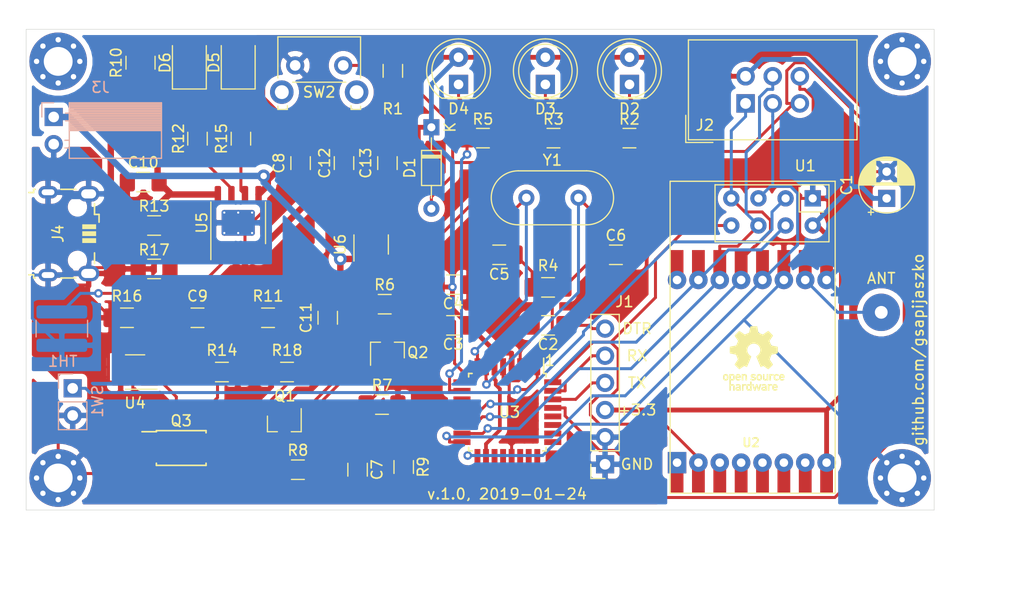
<source format=kicad_pcb>
(kicad_pcb (version 20171130) (host pcbnew 5.1.0-rc1-unknown-5e318dc~84~ubuntu16.04.1)
  (title_block (title "mySensors door switch") (date 2019-01-24) (rev 1.0) (company grzegorz@sapijaszko.net) (comment 1 https://github.com/gsapijaszko/mySensors_door_switch))
  (layers (0 F.Cu signal) (31 B.Cu signal) (34 B.Paste user) (35 F.Paste user) (36 B.SilkS user) (37 F.SilkS user) (38 B.Mask user) (39 F.Mask user) (44 Edge.Cuts user))
  (net 0 "")
  (net 1 /XTAL2)
  (net 2 GND)
  (net 3 /XTAL1)
  (net 4 /DTR)
  (net 5 +3V3)
  (net 6 "Net-(D2-Pad1)")
  (net 7 "Net-(D3-Pad1)")
  (net 8 "Net-(D4-Pad1)")
  (net 9 "Net-(D5-Pad1)")
  (net 10 "Net-(D6-Pad1)")
  (net 11 "Net-(H1-Pad1)")
  (net 12 "/PB4(MISO)")
  (net 13 "/PB5(SCK)")
  (net 14 "/PB3(MOSI)")
  (net 15 "/PD0(TX)")
  (net 16 "/PD1(RX)")
  (net 17 "Net-(Q1-Pad1)")
  (net 18 /PD4)
  (net 19 /PD5)
  (net 20 /PD6)
  (net 21 "/PB1(CE)")
  (net 22 "/PB2(CS)")
  (net 23 "/PD2(INT0)")
  (net 24 "Net-(U2-Pad1)")
  (net 25 "Net-(U2-Pad3)")
  (net 26 "Net-(U2-Pad4)")
  (net 27 "Net-(U2-Pad5)")
  (net 28 "Net-(U2-Pad6)")
  (net 29 "Net-(U2-Pad7)")
  (net 30 "Net-(U2-Pad16)")
  (net 31 "/PD3(INT1)")
  (net 32 "Net-(C9-Pad1)")
  (net 33 "Net-(R14-Pad1)")
  (net 34 "Net-(C2-Pad1)")
  (net 35 BAT-)
  (net 36 BAT+)
  (net 37 "Net-(C10-Pad1)")
  (net 38 "Net-(C13-Pad1)")
  (net 39 "Net-(H5-Pad1)")
  (net 40 "Net-(J4-Pad1)")
  (net 41 "Net-(J4-Pad2)")
  (net 42 "Net-(J4-Pad3)")
  (net 43 "Net-(J4-Pad4)")
  (net 44 "Net-(Q1-Pad3)")
  (net 45 "Net-(Q3-Pad1)")
  (net 46 "Net-(Q3-Pad4)")
  (net 47 "Net-(Q3-Pad5)")
  (net 48 "Net-(R12-Pad1)")
  (net 49 "Net-(R13-Pad2)")
  (net 50 "Net-(R15-Pad1)")
  (net 51 "Net-(R16-Pad1)")
  (net 52 "Net-(R18-Pad1)")
  (net 53 "Net-(U3-Pad11)")
  (net 54 "Net-(U3-Pad12)")
  (net 55 "Net-(U3-Pad19)")
  (net 56 "Net-(U3-Pad20)")
  (net 57 "Net-(U3-Pad22)")
  (net 58 "Net-(U3-Pad25)")
  (net 59 "Net-(U3-Pad26)")
  (net 60 "Net-(U3-Pad27)")
  (net 61 "Net-(U3-Pad28)")
  (net 62 "Net-(U4-Pad4)")
  (net 63 ADC)
  (net 64 ENABLE)
  (module Resistor_SMD:R_1206_3216Metric_Pad1.42x1.75mm_HandSolder (layer F.Cu) (at 135.331 105.97 270)
    (fp_text reference R9 (at 0 -1.82 270) (layer F.SilkS))
    (fp_text value 33k)
    (pad 2 smd roundrect (at 1.4875 0 270) (size 1.425 1.75) (layers F.Cu F.Paste F.Mask) (roundrect_rratio 0.175439) (net 2 GND))
    (pad 1 smd roundrect (at -1.4875 0 270) (size 1.425 1.75) (layers F.Cu F.Paste F.Mask) (roundrect_rratio 0.175439) (net 63 ADC))
  )
  (module Resistor_SMD:R_1206_3216Metric_Pad1.42x1.75mm_HandSolder (layer F.Cu) (at 125.425 106.224)
    (fp_text reference R8 (at 0 -1.82) (layer F.SilkS))
    (fp_text value 10k)
    (pad 2 smd roundrect (at 1.4875 0) (size 1.425 1.75) (layers F.Cu F.Paste F.Mask) (roundrect_rratio 0.175439) (net 63 ADC))
    (pad 1 smd roundrect (at -1.4875 0) (size 1.425 1.75) (layers F.Cu F.Paste F.Mask) (roundrect_rratio 0.175439) (net 44 "Net-(Q1-Pad3)"))
  )
  (module Resistor_SMD:R_1206_3216Metric_Pad1.42x1.75mm_HandSolder (layer F.Cu) (at 133.299 100.128)
    (fp_text reference R7 (at 0 -1.82) (layer F.SilkS))
    (fp_text value 100k)
    (pad 2 smd roundrect (at 1.4875 0) (size 1.425 1.75) (layers F.Cu F.Paste F.Mask) (roundrect_rratio 0.175439) (net 2 GND))
    (pad 1 smd roundrect (at -1.4875 0) (size 1.425 1.75) (layers F.Cu F.Paste F.Mask) (roundrect_rratio 0.175439) (net 64 ENABLE))
  )
  (module Resistor_SMD:R_1206_3216Metric_Pad1.42x1.75mm_HandSolder (layer F.Cu) (at 133.553 90.7302)
    (fp_text reference R6 (at 0 -1.82) (layer F.SilkS))
    (fp_text value 10k)
    (pad 2 smd roundrect (at 1.4875 0) (size 1.425 1.75) (layers F.Cu F.Paste F.Mask) (roundrect_rratio 0.175439) (net 17 "Net-(Q1-Pad1)"))
    (pad 1 smd roundrect (at -1.4875 0) (size 1.425 1.75) (layers F.Cu F.Paste F.Mask) (roundrect_rratio 0.175439) (net 36 BAT+))
  )
  (module Package_TO_SOT_SMD:SOT-23 (layer F.Cu) (at 133.807 95.0482 90)
    (fp_text reference Q2 (at -0.2018 2.845 180) (layer F.SilkS))
    (fp_text value 2N7002)
    (pad 3 smd rect (at 1 0 90) (size 0.9 0.8) (layers F.Cu F.Paste F.Mask) (net 17 "Net-(Q1-Pad1)"))
    (pad 2 smd rect (at -1 0.95 90) (size 0.9 0.8) (layers F.Cu F.Paste F.Mask) (net 2 GND))
    (pad 1 smd rect (at -1 -0.95 90) (size 0.9 0.8) (layers F.Cu F.Paste F.Mask) (net 64 ENABLE))
  )
  (module Package_TO_SOT_SMD:SOT-23 (layer F.Cu) (at 124.155 101.906 270)
    (fp_text reference Q1 (at -2.592 -0.051) (layer F.SilkS))
    (fp_text value Si2319CDS)
    (pad 3 smd rect (at 1 0 270) (size 0.9 0.8) (layers F.Cu F.Paste F.Mask) (net 44 "Net-(Q1-Pad3)"))
    (pad 2 smd rect (at -1 0.95 270) (size 0.9 0.8) (layers F.Cu F.Paste F.Mask) (net 36 BAT+))
    (pad 1 smd rect (at -1 -0.95 270) (size 0.9 0.8) (layers F.Cu F.Paste F.Mask) (net 17 "Net-(Q1-Pad1)"))
  )
  (module Capacitor_SMD:C_1206_3216Metric_Pad1.42x1.75mm_HandSolder (layer F.Cu) (at 131.013 106.224 270)
    (fp_text reference C7 (at 0 -1.82 270) (layer F.SilkS))
    (fp_text value 100nF)
    (pad 2 smd roundrect (at 1.4875 0 270) (size 1.425 1.75) (layers F.Cu F.Paste F.Mask) (roundrect_rratio 0.175439) (net 2 GND))
    (pad 1 smd roundrect (at -1.4875 0 270) (size 1.425 1.75) (layers F.Cu F.Paste F.Mask) (roundrect_rratio 0.175439) (net 63 ADC))
  )
  (module Resistor_SMD:R_1206_3216Metric_Pad1.42x1.75mm_HandSolder (layer F.Cu) (at 111.963 87.4282 180)
    (fp_text reference R17 (at 0 1.778 180) (layer F.SilkS))
    (fp_text value 10k48)
    (pad 2 smd roundrect (at 1.4875 0 180) (size 1.425 1.75) (layers F.Cu F.Paste F.Mask) (roundrect_rratio 0.175439) (net 35 BAT-))
    (pad 1 smd roundrect (at -1.4875 0 180) (size 1.425 1.75) (layers F.Cu F.Paste F.Mask) (roundrect_rratio 0.175439) (net 49 "Net-(R13-Pad2)"))
  )
  (module Resistor_SMD:R_1206_3216Metric_Pad1.42x1.75mm_HandSolder (layer F.Cu) (at 111.963 83.3642)
    (fp_text reference R13 (at 0 -1.82) (layer F.SilkS))
    (fp_text value 2k7)
    (pad 2 smd roundrect (at 1.4875 0) (size 1.425 1.75) (layers F.Cu F.Paste F.Mask) (roundrect_rratio 0.175439) (net 49 "Net-(R13-Pad2)"))
    (pad 1 smd roundrect (at -1.4875 0) (size 1.425 1.75) (layers F.Cu F.Paste F.Mask) (roundrect_rratio 0.175439) (net 37 "Net-(C10-Pad1)"))
  )
  (module Capacitor_SMD:C_1206_3216Metric_Pad1.42x1.75mm_HandSolder (layer F.Cu) (at 116.027 92.0002 180)
    (fp_text reference C9 (at 0 2.032 180) (layer F.SilkS))
    (fp_text value 100nF)
    (pad 2 smd roundrect (at 1.4875 0 180) (size 1.425 1.75) (layers F.Cu F.Paste F.Mask) (roundrect_rratio 0.175439) (net 35 BAT-))
    (pad 1 smd roundrect (at -1.4875 0 180) (size 1.425 1.75) (layers F.Cu F.Paste F.Mask) (roundrect_rratio 0.175439) (net 32 "Net-(C9-Pad1)"))
  )
  (module Capacitor_THT:CP_Radial_D5.0mm_P2.50mm (layer F.Cu) (at 180.543 80.8242 90)
    (fp_text reference C1 (at 1.25 -3.75 90) (layer F.SilkS))
    (fp_text value 4.7uF)
    (pad 2 thru_hole circle (at 2.5 0 90) (size 1.6 1.6) (drill 0.8) (layers *.Cu *.Mask) (net 2 GND))
    (pad 1 thru_hole rect (at 0 0 90) (size 1.6 1.6) (drill 0.8) (layers *.Cu *.Mask) (net 5 +3V3))
  )
  (module Connector_PinSocket_2.54mm:PinSocket_1x02_P2.54mm_Vertical (layer B.Cu) (at 104.343 98.6042 180)
    (fp_text reference SW1 (at -2.332 -1.22 90) (layer B.SilkS) (effects (justify mirror)))
    (fp_text value SW_Reed)
    (pad 2 thru_hole oval (at 0 -2.54 180) (size 1.7 1.7) (drill 1) (layers *.Cu *.Mask) (net 2 GND))
    (pad 1 thru_hole rect (at 0 0 180) (size 1.7 1.7) (drill 1) (layers *.Cu *.Mask) (net 31 "/PD3(INT1)"))
  )
  (module Connector_PinSocket_2.54mm:PinSocket_1x02_P2.54mm_Horizontal (layer B.Cu) (at 102.565 73.2042 180)
    (fp_text reference J3 (at -4.38 2.77 180) (layer B.SilkS) (effects (justify mirror)))
    (fp_text value BAT)
    (pad 2 thru_hole oval (at 0 -2.54 180) (size 1.7 1.7) (drill 1) (layers *.Cu *.Mask) (net 35 BAT-))
    (pad 1 thru_hole rect (at 0 0 180) (size 1.7 1.7) (drill 1) (layers *.Cu *.Mask) (net 36 BAT+))
  )
  (module Package_TO_SOT_SMD:SOT-23-5_HandSoldering (layer F.Cu) (at 132.283 85.1422 90)
    (fp_text reference U6 (at 0 -2.9 90) (layer F.SilkS))
    (fp_text value RT9193-33GB)
    (pad 5 smd rect (at 1.35 -0.95 90) (size 1.56 0.65) (layers F.Cu F.Paste F.Mask) (net 5 +3V3))
    (pad 4 smd rect (at 1.35 0.95 90) (size 1.56 0.65) (layers F.Cu F.Paste F.Mask) (net 38 "Net-(C13-Pad1)"))
    (pad 3 smd rect (at -1.35 0.95 90) (size 1.56 0.65) (layers F.Cu F.Paste F.Mask) (net 52 "Net-(R18-Pad1)"))
    (pad 2 smd rect (at -1.35 0 90) (size 1.56 0.65) (layers F.Cu F.Paste F.Mask) (net 2 GND))
    (pad 1 smd rect (at -1.35 -0.95 90) (size 1.56 0.65) (layers F.Cu F.Paste F.Mask) (net 36 BAT+))
  )
  (module Resistor_SMD:R_1206_3216Metric_Pad1.42x1.75mm_HandSolder (layer F.Cu) (at 116.027 75.2362 90)
    (fp_text reference R12 (at 0 -1.778 90) (layer F.SilkS))
    (fp_text value 1k)
    (pad 2 smd roundrect (at 1.4875 0 90) (size 1.425 1.75) (layers F.Cu F.Paste F.Mask) (roundrect_rratio 0.175439) (net 10 "Net-(D6-Pad1)"))
    (pad 1 smd roundrect (at -1.4875 0 90) (size 1.425 1.75) (layers F.Cu F.Paste F.Mask) (roundrect_rratio 0.175439) (net 48 "Net-(R12-Pad1)"))
  )
  (module Capacitor_SMD:C_1206_3216Metric_Pad1.42x1.75mm_HandSolder (layer F.Cu) (at 125.679 77.5222 270)
    (fp_text reference C8 (at 0 2.032 270) (layer F.SilkS))
    (fp_text value 10uF)
    (pad 2 smd roundrect (at 1.4875 0 270) (size 1.425 1.75) (layers F.Cu F.Paste F.Mask) (roundrect_rratio 0.175439) (net 35 BAT-))
    (pad 1 smd roundrect (at -1.4875 0 270) (size 1.425 1.75) (layers F.Cu F.Paste F.Mask) (roundrect_rratio 0.175439) (net 36 BAT+))
  )
  (module Capacitor_SMD:C_1206_3216Metric_Pad1.42x1.75mm_HandSolder (layer F.Cu) (at 128.219 92.0002 270)
    (fp_text reference C11 (at 0 2.032 270) (layer F.SilkS))
    (fp_text value 1uF)
    (pad 2 smd roundrect (at 1.4875 0 270) (size 1.425 1.75) (layers F.Cu F.Paste F.Mask) (roundrect_rratio 0.175439) (net 2 GND))
    (pad 1 smd roundrect (at -1.4875 0 270) (size 1.425 1.75) (layers F.Cu F.Paste F.Mask) (roundrect_rratio 0.175439) (net 36 BAT+))
  )
  (module Capacitor_SMD:C_1206_3216Metric_Pad1.42x1.75mm_HandSolder (layer F.Cu) (at 110.947 79.3002 180)
    (fp_text reference C10 (at 0 1.8302 180) (layer F.SilkS))
    (fp_text value 10uF)
    (pad 2 smd roundrect (at 1.4875 0 180) (size 1.425 1.75) (layers F.Cu F.Paste F.Mask) (roundrect_rratio 0.175439) (net 35 BAT-))
    (pad 1 smd roundrect (at -1.4875 0 180) (size 1.425 1.75) (layers F.Cu F.Paste F.Mask) (roundrect_rratio 0.175439) (net 37 "Net-(C10-Pad1)"))
  )
  (module Connector_USB:USB_Micro-B_Wuerth_629105150521 (layer F.Cu) (at 103.987 84.1262 270)
    (fp_text reference J4 (at 0 1.016 270) (layer F.SilkS))
    (fp_text value USB_B_Mini)
    (pad 1 smd rect (at -1.3 -1.9 270) (size 0.45 1.3) (layers F.Cu F.Paste F.Mask) (net 40 "Net-(J4-Pad1)"))
    (pad 2 smd rect (at -0.65 -1.9 270) (size 0.45 1.3) (layers F.SilkS) (net 41 "Net-(J4-Pad2)"))
    (pad 3 smd rect (at 0 -1.9 270) (size 0.45 1.3) (layers F.SilkS) (net 42 "Net-(J4-Pad3)"))
    (pad 4 smd rect (at 0.65 -1.9 270) (size 0.45 1.3) (layers F.SilkS) (net 43 "Net-(J4-Pad4)"))
    (pad 5 smd rect (at 1.3 -1.9 270) (size 0.45 1.3) (layers F.Cu F.Paste F.Mask) (net 35 BAT-))
    (pad 6 thru_hole oval (at -3.725 -1.85 270) (size 1.45 2) (drill oval 0.85 1.4) (layers *.Cu *.Mask) (net 35 BAT-))
    (pad 6 thru_hole oval (at 3.725 -1.85 270) (size 1.45 2) (drill oval 0.85 1.4) (layers *.Cu *.Mask) (net 35 BAT-))
    (pad 6 thru_hole oval (at -3.875 1.95 270) (size 1.15 1.8) (drill oval 0.55 1.2) (layers *.Cu *.Mask) (net 35 BAT-))
    (pad 6 thru_hole oval (at 3.875 1.95 270) (size 1.15 1.8) (drill oval 0.55 1.2) (layers *.Cu *.Mask) (net 35 BAT-))
    (pad "" np_thru_hole oval (at -2.5 -0.8 270) (size 0.8 0.8) (drill 0.8) (layers *.Cu *.Mask))
    (pad "" np_thru_hole oval (at 2.5 -0.8 270) (size 0.8 0.8) (drill 0.8) (layers *.Cu *.Mask))
  )
  (module Resistor_SMD:R_1206_3216Metric_Pad1.42x1.75mm_HandSolder (layer F.Cu) (at 142.748 75.184 180)
    (fp_text reference R5 (at 0 1.778 180) (layer F.SilkS))
    (fp_text value 470)
    (pad 2 smd roundrect (at 1.4875 0 180) (size 1.425 1.75) (layers F.Cu F.Paste F.Mask) (roundrect_rratio 0.175439) (net 20 /PD6))
    (pad 1 smd roundrect (at -1.4875 0 180) (size 1.425 1.75) (layers F.Cu F.Paste F.Mask) (roundrect_rratio 0.175439) (net 8 "Net-(D4-Pad1)"))
  )
  (module Resistor_SMD:R_1206_3216Metric_Pad1.42x1.75mm_HandSolder (layer F.Cu) (at 149.352 75.184 180)
    (fp_text reference R3 (at 0 1.778 180) (layer F.SilkS))
    (fp_text value 470)
    (pad 2 smd roundrect (at 1.4875 0 180) (size 1.425 1.75) (layers F.Cu F.Paste F.Mask) (roundrect_rratio 0.175439) (net 19 /PD5))
    (pad 1 smd roundrect (at -1.4875 0 180) (size 1.425 1.75) (layers F.Cu F.Paste F.Mask) (roundrect_rratio 0.175439) (net 7 "Net-(D3-Pad1)"))
  )
  (module Resistor_SMD:R_1206_3216Metric_Pad1.42x1.75mm_HandSolder (layer F.Cu) (at 156.464 75.184 180)
    (fp_text reference R2 (at 0 1.778 180) (layer F.SilkS))
    (fp_text value 470)
    (pad 2 smd roundrect (at 1.4875 0 180) (size 1.425 1.75) (layers F.Cu F.Paste F.Mask) (roundrect_rratio 0.175439) (net 18 /PD4))
    (pad 1 smd roundrect (at -1.4875 0 180) (size 1.425 1.75) (layers F.Cu F.Paste F.Mask) (roundrect_rratio 0.175439) (net 6 "Net-(D2-Pad1)"))
  )
  (module Resistor_SMD:R_1206_3216Metric_Pad1.42x1.75mm_HandSolder (layer F.Cu) (at 134.315 68.8862 270)
    (fp_text reference R1 (at 3.556 0) (layer F.SilkS))
    (fp_text value 10k)
    (pad 2 smd roundrect (at 1.4875 0 270) (size 1.425 1.75) (layers F.Cu F.Paste F.Mask) (roundrect_rratio 0.175439) (net 34 "Net-(C2-Pad1)"))
    (pad 1 smd roundrect (at -1.4875 0 270) (size 1.425 1.75) (layers F.Cu F.Paste F.Mask) (roundrect_rratio 0.175439) (net 5 +3V3))
  )
  (module Resistor_SMD:R_1206_3216Metric_Pad1.42x1.75mm_HandSolder (layer F.Cu) (at 148.844 89.154 180)
    (fp_text reference R4 (at 0 2.032 180) (layer F.SilkS))
    (fp_text value 1M)
    (pad 2 smd roundrect (at 1.4875 0 180) (size 1.425 1.75) (layers F.Cu F.Paste F.Mask) (roundrect_rratio 0.175439) (net 1 /XTAL2))
    (pad 1 smd roundrect (at -1.4875 0 180) (size 1.425 1.75) (layers F.Cu F.Paste F.Mask) (roundrect_rratio 0.175439) (net 3 /XTAL1))
  )
  (module LED_SMD:LED_1210_3225Metric_Pad1.42x2.65mm_HandSolder (layer F.Cu) (at 115.265 68.1242 90)
    (fp_text reference D6 (at 0 -2.28 90) (layer F.SilkS))
    (fp_text value red)
    (pad 2 smd roundrect (at 1.4875 0 90) (size 1.425 2.65) (layers F.Cu F.Paste F.Mask) (roundrect_rratio 0.175439) (net 37 "Net-(C10-Pad1)"))
    (pad 1 smd roundrect (at -1.4875 0 90) (size 1.425 2.65) (layers F.Cu F.Paste F.Mask) (roundrect_rratio 0.175439) (net 10 "Net-(D6-Pad1)"))
  )
  (module LED_SMD:LED_1210_3225Metric_Pad1.42x2.65mm_HandSolder (layer F.Cu) (at 119.837 68.1242 90)
    (fp_text reference D5 (at 0 -2.28 90) (layer F.SilkS))
    (fp_text value green)
    (pad 2 smd roundrect (at 1.4875 0 90) (size 1.425 2.65) (layers F.Cu F.Paste F.Mask) (roundrect_rratio 0.175439) (net 37 "Net-(C10-Pad1)"))
    (pad 1 smd roundrect (at -1.4875 0 90) (size 1.425 2.65) (layers F.Cu F.Paste F.Mask) (roundrect_rratio 0.175439) (net 9 "Net-(D5-Pad1)"))
  )
  (module Capacitor_SMD:C_1206_3216Metric_Pad1.42x1.75mm_HandSolder (layer F.Cu) (at 144.272 86.106 180)
    (fp_text reference C5 (at 0 -1.82 180) (layer F.SilkS))
    (fp_text value 22p)
    (pad 2 smd roundrect (at 1.4875 0 180) (size 1.425 1.75) (layers F.Cu F.Paste F.Mask) (roundrect_rratio 0.175439) (net 2 GND))
    (pad 1 smd roundrect (at -1.4875 0 180) (size 1.425 1.75) (layers F.Cu F.Paste F.Mask) (roundrect_rratio 0.175439) (net 1 /XTAL2))
  )
  (module Capacitor_SMD:C_1206_3216Metric_Pad1.42x1.75mm_HandSolder (layer F.Cu) (at 155.194 86.106)
    (fp_text reference C6 (at 0 -1.82) (layer F.SilkS))
    (fp_text value 22p)
    (pad 2 smd roundrect (at 1.4875 0) (size 1.425 1.75) (layers F.Cu F.Paste F.Mask) (roundrect_rratio 0.175439) (net 2 GND))
    (pad 1 smd roundrect (at -1.4875 0) (size 1.425 1.75) (layers F.Cu F.Paste F.Mask) (roundrect_rratio 0.175439) (net 3 /XTAL1))
  )
  (module Capacitor_SMD:C_1206_3216Metric_Pad1.42x1.75mm_HandSolder (layer F.Cu) (at 148.844 92.71)
    (fp_text reference C2 (at 0 1.778) (layer F.SilkS))
    (fp_text value 100n)
    (pad 1 smd roundrect (at -1.4875 0) (size 1.425 1.75) (layers F.Cu F.Paste F.Mask) (roundrect_rratio 0.175439) (net 34 "Net-(C2-Pad1)"))
    (pad 2 smd roundrect (at 1.4875 0) (size 1.425 1.75) (layers F.Cu F.Paste F.Mask) (roundrect_rratio 0.175439) (net 4 /DTR))
  )
  (module Capacitor_SMD:C_1206_3216Metric_Pad1.42x1.75mm_HandSolder (layer F.Cu) (at 139.954 92.71 180)
    (fp_text reference C3 (at 0 -1.778 180) (layer F.SilkS))
    (fp_text value 47uF)
    (pad 1 smd roundrect (at -1.4875 0 180) (size 1.425 1.75) (layers F.Cu F.Paste F.Mask) (roundrect_rratio 0.175439) (net 5 +3V3))
    (pad 2 smd roundrect (at 1.4875 0 180) (size 1.425 1.75) (layers F.Cu F.Paste F.Mask) (roundrect_rratio 0.175439) (net 2 GND))
  )
  (module Capacitor_SMD:C_1206_3216Metric_Pad1.42x1.75mm_HandSolder (layer F.Cu) (at 139.954 88.9)
    (fp_text reference C4 (at 0 1.778) (layer F.SilkS))
    (fp_text value 100n)
    (pad 2 smd roundrect (at 1.4875 0) (size 1.425 1.75) (layers F.Cu F.Paste F.Mask) (roundrect_rratio 0.175439) (net 2 GND))
    (pad 1 smd roundrect (at -1.4875 0) (size 1.425 1.75) (layers F.Cu F.Paste F.Mask) (roundrect_rratio 0.175439) (net 5 +3V3))
  )
  (module Capacitor_SMD:C_1206_3216Metric_Pad1.42x1.75mm_HandSolder (layer F.Cu) (at 133.807 77.5222 90)
    (fp_text reference C13 (at 0 -2.032 90) (layer F.SilkS))
    (fp_text value 22nF)
    (pad 1 smd roundrect (at -1.4875 0 90) (size 1.425 1.75) (layers F.Cu F.Paste F.Mask) (roundrect_rratio 0.175439) (net 38 "Net-(C13-Pad1)"))
    (pad 2 smd roundrect (at 1.4875 0 90) (size 1.425 1.75) (layers F.Cu F.Paste F.Mask) (roundrect_rratio 0.175439) (net 2 GND))
  )
  (module Capacitor_SMD:C_1206_3216Metric_Pad1.42x1.75mm_HandSolder (layer F.Cu) (at 129.743 77.5222 90)
    (fp_text reference C12 (at 0 -1.82 90) (layer F.SilkS))
    (fp_text value 1uF)
    (pad 2 smd roundrect (at 1.4875 0 90) (size 1.425 1.75) (layers F.Cu F.Paste F.Mask) (roundrect_rratio 0.175439) (net 2 GND))
    (pad 1 smd roundrect (at -1.4875 0 90) (size 1.425 1.75) (layers F.Cu F.Paste F.Mask) (roundrect_rratio 0.175439) (net 5 +3V3))
  )
  (module Diode_THT:D_DO-34_SOD68_P7.62mm_Horizontal (layer F.Cu) (at 137.922 74.168 270)
    (fp_text reference D1 (at 3.81 2.032 270) (layer F.SilkS))
    (fp_text value 1N4145)
    (fp_text user K (at 0 -1.75 270) (layer F.SilkS))
    (pad 1 thru_hole rect (at 0 0 270) (size 1.5 1.5) (drill 0.75) (layers *.Cu *.Mask) (net 5 +3V3))
    (pad 2 thru_hole oval (at 7.62 0 270) (size 1.5 1.5) (drill 0.75) (layers *.Cu *.Mask) (net 34 "Net-(C2-Pad1)"))
  )
  (module LED_THT:LED_D5.0mm (layer F.Cu) (at 156.467 70.1562 90)
    (fp_text reference D2 (at -2.286 0 180) (layer F.SilkS))
    (fp_text value red)
    (pad 1 thru_hole rect (at 0 0 90) (size 1.8 1.8) (drill 0.9) (layers *.Cu *.Mask) (net 6 "Net-(D2-Pad1)"))
    (pad 2 thru_hole circle (at 2.54 0 90) (size 1.8 1.8) (drill 0.9) (layers *.Cu *.Mask) (net 5 +3V3))
  )
  (module LED_THT:LED_D5.0mm (layer F.Cu) (at 148.593 70.1562 90)
    (fp_text reference D3 (at -2.286 0 180) (layer F.SilkS))
    (fp_text value green)
    (pad 2 thru_hole circle (at 2.54 0 90) (size 1.8 1.8) (drill 0.9) (layers *.Cu *.Mask) (net 5 +3V3))
    (pad 1 thru_hole rect (at 0 0 90) (size 1.8 1.8) (drill 0.9) (layers *.Cu *.Mask) (net 7 "Net-(D3-Pad1)"))
  )
  (module LED_THT:LED_D5.0mm (layer F.Cu) (at 140.465 70.1562 90)
    (fp_text reference D4 (at -2.286 0 180) (layer F.SilkS))
    (fp_text value yellow)
    (pad 1 thru_hole rect (at 0 0 90) (size 1.8 1.8) (drill 0.9) (layers *.Cu *.Mask) (net 8 "Net-(D4-Pad1)"))
    (pad 2 thru_hole circle (at 2.54 0 90) (size 1.8 1.8) (drill 0.9) (layers *.Cu *.Mask) (net 5 +3V3))
  )
  (module Connector_Wire:SolderWirePad_1x01_Drill1.2mm (layer F.Cu) (at 180.035 91.4922 180)
    (fp_text reference H1 hide)
    (fp_text value ANT (at 0 3.175 180) (layer F.SilkS))
    (pad 1 thru_hole circle (at 0 0 180) (size 3.50012 3.50012) (drill 1.19888) (layers *.Cu *.Mask) (net 11 "Net-(H1-Pad1)"))
  )
  (module MountingHole:MountingHole_2.7mm_M2.5_Pad_Via (layer F.Cu) (at 181.987 107)
    (fp_text reference H3 hide)
    (fp_text value H)
    (pad 1 thru_hole circle (at 1.431891 -1.431891) (size 0.8 0.8) (drill 0.5) (layers *.Cu *.Mask) (net 2 GND))
    (pad 1 thru_hole circle (at 0 -2.025) (size 0.8 0.8) (drill 0.5) (layers *.Cu *.Mask) (net 2 GND))
    (pad 1 thru_hole circle (at -1.431891 -1.431891) (size 0.8 0.8) (drill 0.5) (layers *.Cu *.Mask) (net 2 GND))
    (pad 1 thru_hole circle (at -2.025 0) (size 0.8 0.8) (drill 0.5) (layers *.Cu *.Mask) (net 2 GND))
    (pad 1 thru_hole circle (at -1.431891 1.431891) (size 0.8 0.8) (drill 0.5) (layers *.Cu *.Mask) (net 2 GND))
    (pad 1 thru_hole circle (at 0 2.025) (size 0.8 0.8) (drill 0.5) (layers *.Cu *.Mask) (net 2 GND))
    (pad 1 thru_hole circle (at 1.431891 1.431891) (size 0.8 0.8) (drill 0.5) (layers *.Cu *.Mask) (net 2 GND))
    (pad 1 thru_hole circle (at 2.025 0) (size 0.8 0.8) (drill 0.5) (layers *.Cu *.Mask) (net 2 GND))
    (pad 1 thru_hole circle (at 0 0) (size 5.4 5.4) (drill 2.7) (layers *.Cu *.Mask) (net 2 GND))
  )
  (module MountingHole:MountingHole_2.7mm_M2.5_Pad_Via (layer F.Cu) (at 102.987 107)
    (fp_text reference H4 hide)
    (fp_text value H)
    (pad 1 thru_hole circle (at 0 0) (size 5.4 5.4) (drill 2.7) (layers *.Cu *.Mask) (net 2 GND))
    (pad 1 thru_hole circle (at 2.025 0) (size 0.8 0.8) (drill 0.5) (layers *.Cu *.Mask) (net 2 GND))
    (pad 1 thru_hole circle (at 1.431891 1.431891) (size 0.8 0.8) (drill 0.5) (layers *.Cu *.Mask) (net 2 GND))
    (pad 1 thru_hole circle (at 0 2.025) (size 0.8 0.8) (drill 0.5) (layers *.Cu *.Mask) (net 2 GND))
    (pad 1 thru_hole circle (at -1.431891 1.431891) (size 0.8 0.8) (drill 0.5) (layers *.Cu *.Mask) (net 2 GND))
    (pad 1 thru_hole circle (at -2.025 0) (size 0.8 0.8) (drill 0.5) (layers *.Cu *.Mask) (net 2 GND))
    (pad 1 thru_hole circle (at -1.431891 -1.431891) (size 0.8 0.8) (drill 0.5) (layers *.Cu *.Mask) (net 2 GND))
    (pad 1 thru_hole circle (at 0 -2.025) (size 0.8 0.8) (drill 0.5) (layers *.Cu *.Mask) (net 2 GND))
    (pad 1 thru_hole circle (at 1.431891 -1.431891) (size 0.8 0.8) (drill 0.5) (layers *.Cu *.Mask) (net 2 GND))
  )
  (module MountingHole:MountingHole_2.7mm_M2.5_Pad_Via (layer F.Cu) (at 102.987 68.0002)
    (fp_text reference H5 hide)
    (fp_text value H)
    (pad 1 thru_hole circle (at 1.431891 -1.431891) (size 0.8 0.8) (drill 0.5) (layers *.Cu *.Mask) (net 39 "Net-(H5-Pad1)"))
    (pad 1 thru_hole circle (at 0 -2.025) (size 0.8 0.8) (drill 0.5) (layers *.Cu *.Mask) (net 39 "Net-(H5-Pad1)"))
    (pad 1 thru_hole circle (at -1.431891 -1.431891) (size 0.8 0.8) (drill 0.5) (layers *.Cu *.Mask) (net 39 "Net-(H5-Pad1)"))
    (pad 1 thru_hole circle (at -2.025 0) (size 0.8 0.8) (drill 0.5) (layers *.Cu *.Mask) (net 39 "Net-(H5-Pad1)"))
    (pad 1 thru_hole circle (at -1.431891 1.431891) (size 0.8 0.8) (drill 0.5) (layers *.Cu *.Mask) (net 39 "Net-(H5-Pad1)"))
    (pad 1 thru_hole circle (at 0 2.025) (size 0.8 0.8) (drill 0.5) (layers *.Cu *.Mask) (net 39 "Net-(H5-Pad1)"))
    (pad 1 thru_hole circle (at 1.431891 1.431891) (size 0.8 0.8) (drill 0.5) (layers *.Cu *.Mask) (net 39 "Net-(H5-Pad1)"))
    (pad 1 thru_hole circle (at 2.025 0) (size 0.8 0.8) (drill 0.5) (layers *.Cu *.Mask) (net 39 "Net-(H5-Pad1)"))
    (pad 1 thru_hole circle (at 0 0) (size 5.4 5.4) (drill 2.7) (layers *.Cu *.Mask) (net 39 "Net-(H5-Pad1)"))
  )
  (module MountingHole:MountingHole_2.7mm_M2.5_Pad_Via (layer F.Cu) (at 181.987 68.0002)
    (fp_text reference H2 hide)
    (fp_text value H)
    (pad 1 thru_hole circle (at 0 0) (size 5.4 5.4) (drill 2.7) (layers *.Cu *.Mask))
    (pad 1 thru_hole circle (at 2.025 0) (size 0.8 0.8) (drill 0.5) (layers *.Cu *.Mask))
    (pad 1 thru_hole circle (at 1.431891 1.431891) (size 0.8 0.8) (drill 0.5) (layers *.Cu *.Mask))
    (pad 1 thru_hole circle (at 0 2.025) (size 0.8 0.8) (drill 0.5) (layers *.Cu *.Mask))
    (pad 1 thru_hole circle (at -1.431891 1.431891) (size 0.8 0.8) (drill 0.5) (layers *.Cu *.Mask))
    (pad 1 thru_hole circle (at -2.025 0) (size 0.8 0.8) (drill 0.5) (layers *.Cu *.Mask))
    (pad 1 thru_hole circle (at -1.431891 -1.431891) (size 0.8 0.8) (drill 0.5) (layers *.Cu *.Mask))
    (pad 1 thru_hole circle (at 0 -2.025) (size 0.8 0.8) (drill 0.5) (layers *.Cu *.Mask))
    (pad 1 thru_hole circle (at 1.431891 -1.431891) (size 0.8 0.8) (drill 0.5) (layers *.Cu *.Mask))
  )
  (module Connector_IDC:IDC-Header_2x03_P2.54mm_Vertical (layer F.Cu) (at 167.335 71.9342 90)
    (fp_text reference J2 (at -2.032 -3.81 180) (layer F.SilkS))
    (fp_text value AVR-ISP-6)
    (pad 1 thru_hole rect (at 0 0 90) (size 1.7272 1.7272) (drill 1.016) (layers *.Cu *.Mask) (net 12 "/PB4(MISO)"))
    (pad 2 thru_hole oval (at 2.54 0 90) (size 1.7272 1.7272) (drill 1.016) (layers *.Cu *.Mask) (net 5 +3V3))
    (pad 3 thru_hole oval (at 0 2.54 90) (size 1.7272 1.7272) (drill 1.016) (layers *.Cu *.Mask) (net 13 "/PB5(SCK)"))
    (pad 4 thru_hole oval (at 2.54 2.54 90) (size 1.7272 1.7272) (drill 1.016) (layers *.Cu *.Mask) (net 14 "/PB3(MOSI)"))
    (pad 5 thru_hole oval (at 0 5.08 90) (size 1.7272 1.7272) (drill 1.016) (layers *.Cu *.Mask) (net 34 "Net-(C2-Pad1)"))
    (pad 6 thru_hole oval (at 2.54 5.08 90) (size 1.7272 1.7272) (drill 1.016) (layers *.Cu *.Mask) (net 2 GND))
  )
  (module Connector_PinSocket_2.54mm:PinSocket_1x06_P2.54mm_Vertical (layer F.Cu) (at 154.181 105.716 180)
    (fp_text reference J1 (at -1.819 15.216 180) (layer F.SilkS))
    (fp_text value FTDI)
    (pad 1 thru_hole rect (at 0 0 180) (size 1.7 1.7) (drill 1) (layers *.Cu *.Mask) (net 2 GND))
    (pad 2 thru_hole oval (at 0 2.54 180) (size 1.7 1.7) (drill 1) (layers *.Cu *.Mask) (net 2 GND))
    (pad 3 thru_hole oval (at 0 5.08 180) (size 1.7 1.7) (drill 1) (layers *.Cu *.Mask) (net 5 +3V3))
    (pad 4 thru_hole oval (at 0 7.62 180) (size 1.7 1.7) (drill 1) (layers *.Cu *.Mask) (net 15 "/PD0(TX)"))
    (pad 5 thru_hole oval (at 0 10.16 180) (size 1.7 1.7) (drill 1) (layers *.Cu *.Mask) (net 16 "/PD1(RX)"))
    (pad 6 thru_hole oval (at 0 12.7 180) (size 1.7 1.7) (drill 1) (layers *.Cu *.Mask) (net 4 /DTR))
  )
  (module Package_SO:TSSOP-8_4.4x3mm_P0.65mm (layer F.Cu) (at 114.503 104.192)
    (fp_text reference Q3 (at 0 -2.55) (layer F.SilkS))
    (fp_text value FS8205A)
    (pad 1 smd rect (at -2.95 -0.975) (size 1.45 0.45) (layers F.Cu F.Paste F.Mask) (net 45 "Net-(Q3-Pad1)"))
    (pad 2 smd rect (at -2.95 -0.325) (size 1.45 0.45) (layers F.Cu F.Paste F.Mask) (net 35 BAT-))
    (pad 3 smd rect (at -2.95 0.325) (size 1.45 0.45) (layers F.Cu F.Paste F.Mask) (net 35 BAT-))
    (pad 4 smd rect (at -2.95 0.975) (size 1.45 0.45) (layers F.Cu F.Paste F.Mask) (net 46 "Net-(Q3-Pad4)"))
    (pad 5 smd rect (at 2.95 0.975) (size 1.45 0.45) (layers F.Cu F.Paste F.Mask) (net 47 "Net-(Q3-Pad5)"))
    (pad 6 smd rect (at 2.95 0.325) (size 1.45 0.45) (layers F.Cu F.Paste F.Mask) (net 2 GND))
    (pad 7 smd rect (at 2.95 -0.325) (size 1.45 0.45) (layers F.Cu F.Paste F.Mask) (net 2 GND))
    (pad 8 smd rect (at 2.95 -0.975) (size 1.45 0.45) (layers F.Cu F.Paste F.Mask) (net 45 "Net-(Q3-Pad1)"))
  )
  (module Resistor_SMD:R_1210_3225Metric_Pad1.42x2.65mm_HandSolder (layer F.Cu) (at 110.693 68.1242 90)
    (fp_text reference R10 (at 0 -2.28 90) (layer F.SilkS))
    (fp_text value 0R4)
    (pad 1 smd roundrect (at -1.4875 0 90) (size 1.425 2.65) (layers F.Cu F.Paste F.Mask) (roundrect_rratio 0.175439) (net 37 "Net-(C10-Pad1)"))
    (pad 2 smd roundrect (at 1.4875 0 90) (size 1.425 2.65) (layers F.Cu F.Paste F.Mask) (roundrect_rratio 0.175439) (net 40 "Net-(J4-Pad1)"))
  )
  (module Resistor_SMD:R_1206_3216Metric_Pad1.42x1.75mm_HandSolder (layer F.Cu) (at 124.409 97.0802 180)
    (fp_text reference R18 (at 0 2.032 180) (layer F.SilkS))
    (fp_text value 100k)
    (pad 1 smd roundrect (at -1.4875 0 180) (size 1.425 1.75) (layers F.Cu F.Paste F.Mask) (roundrect_rratio 0.175439) (net 52 "Net-(R18-Pad1)"))
    (pad 2 smd roundrect (at 1.4875 0 180) (size 1.425 1.75) (layers F.Cu F.Paste F.Mask) (roundrect_rratio 0.175439) (net 2 GND))
  )
  (module Resistor_SMD:R_1206_3216Metric_Pad1.42x1.75mm_HandSolder (layer F.Cu) (at 120.091 75.2362 90)
    (fp_text reference R15 (at 0 -1.82 90) (layer F.SilkS))
    (fp_text value 1k)
    (pad 2 smd roundrect (at 1.4875 0 90) (size 1.425 1.75) (layers F.Cu F.Paste F.Mask) (roundrect_rratio 0.175439) (net 9 "Net-(D5-Pad1)"))
    (pad 1 smd roundrect (at -1.4875 0 90) (size 1.425 1.75) (layers F.Cu F.Paste F.Mask) (roundrect_rratio 0.175439) (net 50 "Net-(R15-Pad1)"))
  )
  (module Resistor_SMD:R_1206_3216Metric_Pad1.42x1.75mm_HandSolder (layer F.Cu) (at 109.423 92.0002 180)
    (fp_text reference R16 (at 0 2.032 180) (layer F.SilkS))
    (fp_text value 1k2)
    (pad 2 smd roundrect (at 1.4875 0 180) (size 1.425 1.75) (layers F.Cu F.Paste F.Mask) (roundrect_rratio 0.175439) (net 35 BAT-))
    (pad 1 smd roundrect (at -1.4875 0 180) (size 1.425 1.75) (layers F.Cu F.Paste F.Mask) (roundrect_rratio 0.175439) (net 51 "Net-(R16-Pad1)"))
  )
  (module Resistor_SMD:R_1206_3216Metric_Pad1.42x1.75mm_HandSolder (layer F.Cu) (at 122.631 92.0002)
    (fp_text reference R11 (at 0 -2.032) (layer F.SilkS))
    (fp_text value 100)
    (pad 1 smd roundrect (at -1.4875 0) (size 1.425 1.75) (layers F.Cu F.Paste F.Mask) (roundrect_rratio 0.175439) (net 32 "Net-(C9-Pad1)"))
    (pad 2 smd roundrect (at 1.4875 0) (size 1.425 1.75) (layers F.Cu F.Paste F.Mask) (roundrect_rratio 0.175439) (net 36 BAT+))
  )
  (module Resistor_SMD:R_1206_3216Metric_Pad1.42x1.75mm_HandSolder (layer F.Cu) (at 118.313 97.0802)
    (fp_text reference R14 (at 0 -2.032) (layer F.SilkS))
    (fp_text value 1k)
    (pad 1 smd roundrect (at -1.4875 0) (size 1.425 1.75) (layers F.Cu F.Paste F.Mask) (roundrect_rratio 0.175439) (net 33 "Net-(R14-Pad1)"))
    (pad 2 smd roundrect (at 1.4875 0) (size 1.425 1.75) (layers F.Cu F.Paste F.Mask) (roundrect_rratio 0.175439) (net 2 GND))
  )
  (module Button_Switch_THT:SW_Tactile_SKHH_Angled (layer F.Cu) (at 125.171 68.3782)
    (fp_text reference SW2 (at 2.25 2.5) (layer F.SilkS))
    (fp_text value SW_Push)
    (pad "" thru_hole circle (at 5.75 2.5 180) (size 2.2 2.2) (drill 1.3) (layers *.Cu *.Mask))
    (pad "" thru_hole circle (at -1.25 2.5 180) (size 2.2 2.2) (drill 1.3) (layers *.Cu *.Mask))
    (pad 2 thru_hole circle (at 4.5 0 180) (size 1.7 1.7) (drill 1) (layers *.Cu *.Mask) (net 34 "Net-(C2-Pad1)"))
    (pad 1 thru_hole circle (at 0 0 180) (size 1.7 1.7) (drill 1) (layers *.Cu *.Mask) (net 2 GND))
  )
  (module Resistor_SMD:R_1218_3246Metric_Pad1.22x4.75mm_HandSolder (layer B.Cu) (at 103.327 93.0162 270)
    (fp_text reference TH1 (at 3.064 -0.078 180) (layer B.SilkS) (effects (justify mirror)))
    (fp_text value "10k (25ᵒ)")
    (pad 1 smd roundrect (at -1.5625 0 270) (size 1.225 4.75) (layers B.Cu B.Paste B.Mask) (roundrect_rratio 0.204082) (net 49 "Net-(R13-Pad2)"))
    (pad 2 smd roundrect (at 1.5625 0 270) (size 1.225 4.75) (layers B.Cu B.Paste B.Mask) (roundrect_rratio 0.204082) (net 35 BAT-))
  )
  (module RF_Module:nRF24L01_Breakout (layer F.Cu) (at 173.619 80.8242 270)
    (fp_text reference U1 (at -3.048 0.696) (layer F.SilkS))
    (fp_text value NRF24L01_Breakout)
    (pad 1 thru_hole rect (at 0 0 270) (size 1.524 1.524) (drill 0.762) (layers *.Cu *.Mask) (net 2 GND))
    (pad 2 thru_hole circle (at 2.54 0 270) (size 1.524 1.524) (drill 0.762) (layers *.Cu *.Mask) (net 5 +3V3))
    (pad 3 thru_hole circle (at 0 2.54 270) (size 1.524 1.524) (drill 0.762) (layers *.Cu *.Mask) (net 21 "/PB1(CE)"))
    (pad 4 thru_hole circle (at 2.54 2.54 270) (size 1.524 1.524) (drill 0.762) (layers *.Cu *.Mask) (net 22 "/PB2(CS)"))
    (pad 5 thru_hole circle (at 0 5.08 270) (size 1.524 1.524) (drill 0.762) (layers *.Cu *.Mask) (net 13 "/PB5(SCK)"))
    (pad 6 thru_hole circle (at 2.54 5.08 270) (size 1.524 1.524) (drill 0.762) (layers *.Cu *.Mask) (net 14 "/PB3(MOSI)"))
    (pad 7 thru_hole circle (at 0 7.62 270) (size 1.524 1.524) (drill 0.762) (layers *.Cu *.Mask) (net 12 "/PB4(MISO)"))
    (pad 8 thru_hole circle (at 2.54 7.62 270) (size 1.524 1.524) (drill 0.762) (layers *.Cu *.Mask) (net 23 "/PD2(INT0)"))
  )
  (module mysensors_radios:RFM69HW_SMD_ThroughHole_Handsoldering (layer F.Cu) (at 160.919 105.462 90)
    (fp_text reference U2 (at 1.778 6.924 180) (layer F.SilkS) (effects (font (size 0.8 0.8) (thickness 0.16))))
    (fp_text value RFM69HW hide)
    (pad 1 smd rect (at -1.4 0 90) (size 3 1.2) (layers F.Cu F.Paste F.Mask) (net 24 "Net-(U2-Pad1)"))
    (pad 2 smd rect (at -1.4 2 90) (size 3 1.2) (layers F.Cu F.Paste F.Mask) (net 23 "/PD2(INT0)"))
    (pad 3 smd rect (at -1.4 4 90) (size 3 1.2) (layers F.Cu F.Paste F.Mask) (net 25 "Net-(U2-Pad3)"))
    (pad 4 smd rect (at -1.4 6 90) (size 3 1.2) (layers F.Cu F.Paste F.Mask) (net 26 "Net-(U2-Pad4)"))
    (pad 5 smd rect (at -1.4 8 90) (size 3 1.2) (layers F.Cu F.Paste F.Mask) (net 27 "Net-(U2-Pad5)"))
    (pad 6 smd rect (at -1.4 10 90) (size 3 1.2) (layers F.Cu F.Paste F.Mask) (net 28 "Net-(U2-Pad6)"))
    (pad 7 smd rect (at -1.4 12 90) (size 3 1.2) (layers F.Cu F.Paste F.Mask) (net 29 "Net-(U2-Pad7)"))
    (pad 8 smd rect (at -1.4 14 90) (size 3 1.2) (layers F.Cu F.Paste F.Mask) (net 5 +3V3))
    (pad 9 smd rect (at 18.3 14 90) (size 3 1.2) (layers F.Cu F.Paste F.Mask) (net 2 GND))
    (pad 10 smd rect (at 18.3 12 90) (size 3 1.2) (layers F.Cu F.Paste F.Mask) (net 11 "Net-(H1-Pad1)"))
    (pad 11 smd rect (at 18.3 10 90) (size 3 1.2) (layers F.Cu F.Paste F.Mask) (net 2 GND))
    (pad 12 smd rect (at 18.3 8 90) (size 3 1.2) (layers F.Cu F.Paste F.Mask) (net 13 "/PB5(SCK)"))
    (pad 13 smd rect (at 18.3 6 90) (size 3 1.2) (layers F.Cu F.Paste F.Mask) (net 12 "/PB4(MISO)"))
    (pad 14 smd rect (at 18.3 4 90) (size 3 1.2) (layers F.Cu F.Paste F.Mask) (net 14 "/PB3(MOSI)"))
    (pad 15 smd rect (at 18.3 2 90) (size 3 1.2) (layers F.Cu F.Paste F.Mask) (net 22 "/PB2(CS)"))
    (pad 16 smd rect (at 18.3 0 90) (size 3 1.2) (layers F.Cu F.Paste F.Mask) (net 30 "Net-(U2-Pad16)"))
    (pad 1 thru_hole rect (at -0.1 0 90) (size 2 1.7272) (drill 0.8) (layers *.Cu *.Mask) (net 24 "Net-(U2-Pad1)"))
    (pad 2 thru_hole circle (at -0.1 2 90) (size 1.7272 1.7272) (drill 0.8) (layers *.Cu *.Mask) (net 23 "/PD2(INT0)"))
    (pad 3 thru_hole circle (at -0.1 4 90) (size 1.7272 1.7272) (drill 0.8) (layers *.Cu *.Mask) (net 25 "Net-(U2-Pad3)"))
    (pad 4 thru_hole circle (at -0.1 6 90) (size 1.7272 1.7272) (drill 0.8) (layers *.Cu *.Mask) (net 26 "Net-(U2-Pad4)"))
    (pad 5 thru_hole circle (at -0.1 8 90) (size 1.7272 1.7272) (drill 0.8) (layers *.Cu *.Mask) (net 27 "Net-(U2-Pad5)"))
    (pad 6 thru_hole circle (at -0.1 10 90) (size 1.7272 1.7272) (drill 0.8) (layers *.Cu *.Mask) (net 28 "Net-(U2-Pad6)"))
    (pad 7 thru_hole circle (at -0.1 12 90) (size 1.7272 1.7272) (drill 0.8) (layers *.Cu *.Mask) (net 29 "Net-(U2-Pad7)"))
    (pad 8 thru_hole circle (at -0.1 14 90) (size 1.7272 1.7272) (drill 0.8) (layers *.Cu *.Mask) (net 5 +3V3))
    (pad 9 thru_hole circle (at 17 14 90) (size 1.7272 1.7272) (drill 0.8) (layers *.Cu *.Mask) (net 2 GND))
    (pad 10 thru_hole circle (at 17 12 90) (size 1.7272 1.7272) (drill 0.8) (layers *.Cu *.Mask) (net 11 "Net-(H1-Pad1)"))
    (pad 11 thru_hole circle (at 17 10 90) (size 1.7272 1.7272) (drill 0.8) (layers *.Cu *.Mask) (net 2 GND))
    (pad 12 thru_hole circle (at 17 8 90) (size 1.7272 1.7272) (drill 0.8) (layers *.Cu *.Mask) (net 13 "/PB5(SCK)"))
    (pad 13 thru_hole circle (at 17 6 90) (size 1.7272 1.7272) (drill 0.8) (layers *.Cu *.Mask) (net 12 "/PB4(MISO)"))
    (pad 14 thru_hole circle (at 17 4 90) (size 1.7272 1.7272) (drill 0.8) (layers *.Cu *.Mask) (net 14 "/PB3(MOSI)"))
    (pad 15 thru_hole circle (at 17 2 90) (size 1.7272 1.7272) (drill 0.8) (layers *.Cu *.Mask) (net 22 "/PB2(CS)"))
    (pad 16 thru_hole circle (at 17 0 90) (size 1.7272 1.7272) (drill 0.8) (layers *.Cu *.Mask) (net 30 "Net-(U2-Pad16)"))
  )
  (module Package_QFP:TQFP-32_7x7mm_P0.8mm (layer F.Cu) (at 145.034 100.838 270)
    (fp_text reference U3 (at 0 -0.2) (layer F.SilkS))
    (fp_text value ATmega328P-AU)
    (pad 1 smd rect (at -4.25 -2.8 270) (size 1.6 0.55) (layers F.Cu F.Paste F.Mask) (net 31 "/PD3(INT1)"))
    (pad 2 smd rect (at -4.25 -2 270) (size 1.6 0.55) (layers F.Cu F.Paste F.Mask) (net 18 /PD4))
    (pad 3 smd rect (at -4.25 -1.2 270) (size 1.6 0.55) (layers F.Cu F.Paste F.Mask) (net 2 GND))
    (pad 4 smd rect (at -4.25 -0.4 270) (size 1.6 0.55) (layers F.Cu F.Paste F.Mask) (net 5 +3V3))
    (pad 5 smd rect (at -4.25 0.4 270) (size 1.6 0.55) (layers F.Cu F.Paste F.Mask) (net 2 GND))
    (pad 6 smd rect (at -4.25 1.2 270) (size 1.6 0.55) (layers F.Cu F.Paste F.Mask) (net 5 +3V3))
    (pad 7 smd rect (at -4.25 2 270) (size 1.6 0.55) (layers F.Cu F.Paste F.Mask) (net 3 /XTAL1))
    (pad 8 smd rect (at -4.25 2.8 270) (size 1.6 0.55) (layers F.Cu F.Paste F.Mask) (net 1 /XTAL2))
    (pad 9 smd rect (at -2.8 4.25) (size 1.6 0.55) (layers F.Cu F.Paste F.Mask) (net 19 /PD5))
    (pad 10 smd rect (at -2 4.25) (size 1.6 0.55) (layers F.Cu F.Paste F.Mask) (net 20 /PD6))
    (pad 11 smd rect (at -1.2 4.25) (size 1.6 0.55) (layers F.Cu F.Paste F.Mask) (net 53 "Net-(U3-Pad11)"))
    (pad 12 smd rect (at -0.4 4.25) (size 1.6 0.55) (layers F.Cu F.Paste F.Mask) (net 54 "Net-(U3-Pad12)"))
    (pad 13 smd rect (at 0.4 4.25) (size 1.6 0.55) (layers F.Cu F.Paste F.Mask) (net 21 "/PB1(CE)"))
    (pad 14 smd rect (at 1.2 4.25) (size 1.6 0.55) (layers F.Cu F.Paste F.Mask) (net 22 "/PB2(CS)"))
    (pad 15 smd rect (at 2 4.25) (size 1.6 0.55) (layers F.Cu F.Paste F.Mask) (net 14 "/PB3(MOSI)"))
    (pad 16 smd rect (at 2.8 4.25) (size 1.6 0.55) (layers F.Cu F.Paste F.Mask) (net 12 "/PB4(MISO)"))
    (pad 17 smd rect (at 4.25 2.8 270) (size 1.6 0.55) (layers F.Cu F.Paste F.Mask) (net 13 "/PB5(SCK)"))
    (pad 18 smd rect (at 4.25 2 270) (size 1.6 0.55) (layers F.Cu F.Paste F.Mask) (net 5 +3V3))
    (pad 19 smd rect (at 4.25 1.2 270) (size 1.6 0.55) (layers F.Cu F.Paste F.Mask) (net 55 "Net-(U3-Pad19)"))
    (pad 20 smd rect (at 4.25 0.4 270) (size 1.6 0.55) (layers F.Cu F.Paste F.Mask) (net 56 "Net-(U3-Pad20)"))
    (pad 21 smd rect (at 4.25 -0.4 270) (size 1.6 0.55) (layers F.Cu F.Paste F.Mask) (net 2 GND))
    (pad 22 smd rect (at 4.25 -1.2 270) (size 1.6 0.55) (layers F.Cu F.Paste F.Mask) (net 57 "Net-(U3-Pad22)"))
    (pad 23 smd rect (at 4.25 -2 270) (size 1.6 0.55) (layers F.Cu F.Paste F.Mask) (net 63 ADC))
    (pad 24 smd rect (at 4.25 -2.8 270) (size 1.6 0.55) (layers F.Cu F.Paste F.Mask) (net 64 ENABLE))
    (pad 25 smd rect (at 2.8 -4.25) (size 1.6 0.55) (layers F.Cu F.Paste F.Mask) (net 58 "Net-(U3-Pad25)"))
    (pad 26 smd rect (at 2 -4.25) (size 1.6 0.55) (layers F.Cu F.Paste F.Mask) (net 59 "Net-(U3-Pad26)"))
    (pad 27 smd rect (at 1.2 -4.25) (size 1.6 0.55) (layers F.Cu F.Paste F.Mask) (net 60 "Net-(U3-Pad27)"))
    (pad 28 smd rect (at 0.4 -4.25) (size 1.6 0.55) (layers F.Cu F.Paste F.Mask) (net 61 "Net-(U3-Pad28)"))
    (pad 29 smd rect (at -0.4 -4.25) (size 1.6 0.55) (layers F.Cu F.Paste F.Mask) (net 34 "Net-(C2-Pad1)"))
    (pad 30 smd rect (at -1.2 -4.25) (size 1.6 0.55) (layers F.Cu F.Paste F.Mask) (net 15 "/PD0(TX)"))
    (pad 31 smd rect (at -2 -4.25) (size 1.6 0.55) (layers F.Cu F.Paste F.Mask) (net 16 "/PD1(RX)"))
    (pad 32 smd rect (at -2.8 -4.25) (size 1.6 0.55) (layers F.Cu F.Paste F.Mask) (net 23 "/PD2(INT0)"))
  )
  (module Package_SO:HSOP-8-1EP_3.9x4.9mm_P1.27mm_EP2.41x3.1mm_ThermalVias (layer F.Cu) (at 119.837 83.1102 90)
    (fp_text reference U5 (at 0 -3.4 90) (layer F.SilkS))
    (fp_text value TP4056)
    (pad 9 smd roundrect (at 0 0 90) (size 2.41 3.1) (layers F.Cu F.Mask) (roundrect_rratio 0.104) (net 35 BAT-))
    (pad 9 thru_hole circle (at -0.955 -1.3 90) (size 0.5 0.5) (drill 0.2) (layers *.Cu))
    (pad 9 thru_hole circle (at 0.955 -1.3 90) (size 0.5 0.5) (drill 0.2) (layers *.Cu))
    (pad 9 thru_hole circle (at -0.955 0 90) (size 0.5 0.5) (drill 0.2) (layers *.Cu))
    (pad 9 thru_hole circle (at 0.955 0 90) (size 0.5 0.5) (drill 0.2) (layers *.Cu))
    (pad 9 thru_hole circle (at -0.955 1.3 90) (size 0.5 0.5) (drill 0.2) (layers *.Cu))
    (pad 9 thru_hole circle (at 0.955 1.3 90) (size 0.5 0.5) (drill 0.2) (layers *.Cu))
    (pad 9 smd roundrect (at 0 0 90) (size 2.41 3.1) (layers B.Cu) (roundrect_rratio 0.104) (net 35 BAT-))
    (pad 1 smd roundrect (at -2.65 -1.905 90) (size 1.6 0.6) (layers F.Cu F.Paste F.Mask) (net 49 "Net-(R13-Pad2)"))
    (pad 2 smd roundrect (at -2.65 -0.635 90) (size 1.6 0.6) (layers F.Cu F.Paste F.Mask) (net 51 "Net-(R16-Pad1)"))
    (pad 3 smd roundrect (at -2.65 0.635 90) (size 1.6 0.6) (layers F.Cu F.Paste F.Mask) (net 35 BAT-))
    (pad 4 smd roundrect (at -2.65 1.905 90) (size 1.6 0.6) (layers F.Cu F.Paste F.Mask) (net 37 "Net-(C10-Pad1)"))
    (pad 5 smd roundrect (at 2.65 1.905 90) (size 1.6 0.6) (layers F.Cu F.Paste F.Mask) (net 36 BAT+))
    (pad 6 smd roundrect (at 2.65 0.635 90) (size 1.6 0.6) (layers F.Cu F.Paste F.Mask) (net 50 "Net-(R15-Pad1)"))
    (pad 7 smd roundrect (at 2.65 -0.635 90) (size 1.6 0.6) (layers F.Cu F.Paste F.Mask) (net 48 "Net-(R12-Pad1)"))
    (pad 8 smd roundrect (at 2.65 -1.905 90) (size 1.6 0.6) (layers F.Cu F.Paste F.Mask) (net 37 "Net-(C10-Pad1)"))
  )
  (module Package_TO_SOT_SMD:SOT-23-6_Handsoldering (layer F.Cu) (at 110.185 97.0802 180)
    (fp_text reference U4 (at 0 -2.9 180) (layer F.SilkS))
    (fp_text value DW01-P)
    (pad 1 smd rect (at -1.35 -0.95 180) (size 1.56 0.65) (layers F.Cu F.Paste F.Mask) (net 46 "Net-(Q3-Pad4)"))
    (pad 2 smd rect (at -1.35 0 180) (size 1.56 0.65) (layers F.Cu F.Paste F.Mask) (net 33 "Net-(R14-Pad1)"))
    (pad 3 smd rect (at -1.35 0.95 180) (size 1.56 0.65) (layers F.Cu F.Paste F.Mask) (net 47 "Net-(Q3-Pad5)"))
    (pad 4 smd rect (at 1.35 0.95 180) (size 1.56 0.65) (layers F.Cu F.Paste F.Mask) (net 62 "Net-(U4-Pad4)"))
    (pad 6 smd rect (at 1.35 -0.95 180) (size 1.56 0.65) (layers F.Cu F.Paste F.Mask) (net 35 BAT-))
    (pad 5 smd rect (at 1.35 0 180) (size 1.56 0.65) (layers F.Cu F.Paste F.Mask) (net 32 "Net-(C9-Pad1)"))
  )
  (module Crystal:Crystal_HC49-4H_Vertical (layer F.Cu) (at 146.812 80.772)
    (fp_text reference Y1 (at 2.44 -3.525) (layer F.SilkS))
    (fp_text value 8Mhz)
    (pad 1 thru_hole circle (at 0 0) (size 1.5 1.5) (drill 0.8) (layers *.Cu *.Mask) (net 1 /XTAL2))
    (pad 2 thru_hole circle (at 4.88 0) (size 1.5 1.5) (drill 0.8) (layers *.Cu *.Mask) (net 3 /XTAL1))
  )
  (module Symbol:OSHW-Logo_5.7x6mm_SilkScreen (layer F.Cu) (at 168.0974 95.8102)
    (fp_text reference REF** hide)
    (fp_text value OSHW-Logo_5.7x6mm_SilkScreen hide)
  )
  (gr_text "v.1.0, 2019-01-24" (at 145 108.5) (layer F.SilkS) (effects (font (size 1 1))))
  (gr_text 1 (at 149 96) (layer F.SilkS) (effects (font (size 1 1))))
  (gr_text github.com/gsapijaszko (at 183.5 95 90) (layer F.SilkS) (effects (font (size 1 1))))
  (gr_text GND (at 157.1754 105.7162) (layer F.SilkS) (effects (font (size 1 1))))
  (gr_text +3.3 (at 157.1754 100.6362) (layer F.SilkS) (effects (font (size 1 1))))
  (gr_text TX (at 157.1754 98.0962) (layer F.SilkS) (effects (font (size 1 1))))
  (gr_text RX (at 157.1754 95.5562) (layer F.SilkS) (effects (font (size 1 1))))
  (gr_text DTR (at 157.1754 93.0162) (layer F.SilkS) (effects (font (size 1 1))))
  (gr_line (start 99.9874 110.0002) (end 99.9874 65.0002) (layer Edge.Cuts) (width 0.05))
  (gr_line (start 184.9874 110.0002) (end 99.9874 110.0002) (layer Edge.Cuts) (width 0.05))
  (gr_line (start 184.9874 65.0002) (end 184.9874 110.0002) (layer Edge.Cuts) (width 0.05))
  (gr_line (start 99.9874 65.0002) (end 184.9874 65.0002) (layer Edge.Cuts) (width 0.05))
  (segment (start 146.812 80.772) (end 146.812 90.3165) (width 0.2794) (layer B.Cu) (net 1))
  (segment (start 146.812 90.3165) (end 141.9889 95.1396) (width 0.2794) (layer B.Cu) (net 1))
  (segment (start 142.234 95.428) (end 141.9889 95.1829) (width 0.2794) (layer F.Cu) (net 1))
  (segment (start 141.9889 95.1829) (end 141.9889 95.1396) (width 0.2794) (layer F.Cu) (net 1))
  (segment (start 142.234 96.588) (end 142.234 95.428) (width 0.2794) (layer F.Cu) (net 1))
  (segment (start 145.7595 86.106) (end 147.3565 87.703) (width 0.2794) (layer F.Cu) (net 1))
  (segment (start 147.3565 87.703) (end 147.3565 89.154) (width 0.2794) (layer F.Cu) (net 1))
  (segment (start 145.7595 86.106) (end 145.7595 81.8245) (width 0.2794) (layer F.Cu) (net 1))
  (segment (start 145.7595 81.8245) (end 146.812 80.772) (width 0.2794) (layer F.Cu) (net 1))
  (via (at 141.9889 95.1396) (size 0.8) (layers F.Cu B.Cu) (net 1))
  (segment (start 142.7845 86.106) (end 141.4415 87.449) (width 0.2794) (layer F.Cu) (net 2))
  (segment (start 141.4415 87.449) (end 141.4415 88.9) (width 0.2794) (layer F.Cu) (net 2))
  (segment (start 141.4415 88.9) (end 146.234 93.6925) (width 0.2794) (layer F.Cu) (net 2))
  (segment (start 146.234 93.6925) (end 146.234 96.588) (width 0.2794) (layer F.Cu) (net 2))
  (segment (start 105.4314 106.5806) (end 104.4189 105.5681) (width 0.2794) (layer F.Cu) (net 2))
  (segment (start 119.0463 106.2368) (end 118.7025 106.5806) (width 0.2794) (layer F.Cu) (net 2))
  (segment (start 118.7025 106.5806) (end 105.4314 106.5806) (width 0.2794) (layer F.Cu) (net 2))
  (segment (start 105.012 107) (end 105.4314 106.5806) (width 0.2794) (layer F.Cu) (net 2))
  (segment (start 101.5551 108.4319) (end 102.3939 108.4319) (width 0.2794) (layer F.Cu) (net 2))
  (segment (start 102.3939 108.4319) (end 102.987 109.025) (width 0.2794) (layer F.Cu) (net 2))
  (segment (start 118.6723 102.6221) (end 119.0463 102.9961) (width 0.2794) (layer F.Cu) (net 2))
  (segment (start 119.0463 102.9961) (end 119.0463 106.2368) (width 0.2794) (layer F.Cu) (net 2))
  (segment (start 119.0463 106.2368) (end 120.8333 108.0238) (width 0.2794) (layer F.Cu) (net 2))
  (segment (start 120.8333 108.0238) (end 130.7007 108.0238) (width 0.2794) (layer F.Cu) (net 2))
  (segment (start 130.7007 108.0238) (end 131.013 107.7115) (width 0.2794) (layer F.Cu) (net 2))
  (segment (start 145.2074 97.8975) (end 146.0845 97.8975) (width 0.2794) (layer F.Cu) (net 2))
  (segment (start 146.0845 97.8975) (end 146.234 97.748) (width 0.2794) (layer F.Cu) (net 2))
  (segment (start 144.634 97.748) (end 144.7835 97.8975) (width 0.2794) (layer F.Cu) (net 2))
  (segment (start 144.7835 97.8975) (end 145.2074 97.8975) (width 0.2794) (layer F.Cu) (net 2))
  (segment (start 145.2074 97.8975) (end 145.2074 103.7014) (width 0.2794) (layer F.Cu) (net 2))
  (segment (start 145.2074 103.7014) (end 145.434 103.928) (width 0.2794) (layer F.Cu) (net 2))
  (segment (start 124.5306 94.4832) (end 127.2235 94.4832) (width 0.2794) (layer F.Cu) (net 2))
  (segment (start 127.2235 94.4832) (end 128.219 93.4877) (width 0.2794) (layer F.Cu) (net 2))
  (segment (start 124.5306 94.4832) (end 124.5306 95.4711) (width 0.2794) (layer F.Cu) (net 2))
  (segment (start 124.5306 95.4711) (end 122.9215 97.0802) (width 0.2794) (layer F.Cu) (net 2))
  (segment (start 128.8757 85.1422) (end 122.932 91.0859) (width 0.2794) (layer F.Cu) (net 2))
  (segment (start 122.932 91.0859) (end 122.932 92.8846) (width 0.2794) (layer F.Cu) (net 2))
  (segment (start 122.932 92.8846) (end 124.5306 94.4832) (width 0.2794) (layer F.Cu) (net 2))
  (segment (start 128.8757 85.1422) (end 132.073 85.1422) (width 0.2794) (layer F.Cu) (net 2))
  (segment (start 132.073 85.1422) (end 132.283 85.3522) (width 0.2794) (layer F.Cu) (net 2))
  (segment (start 128.8757 85.1422) (end 128.4061 84.6726) (width 0.2794) (layer F.Cu) (net 2))
  (segment (start 128.4061 84.6726) (end 128.4061 77.3716) (width 0.2794) (layer F.Cu) (net 2))
  (segment (start 128.4061 77.3716) (end 129.743 76.0347) (width 0.2794) (layer F.Cu) (net 2))
  (segment (start 138.4665 92.71) (end 136.8029 91.0464) (width 0.2794) (layer F.Cu) (net 2))
  (segment (start 136.8029 91.0464) (end 136.8029 88.3775) (width 0.2794) (layer F.Cu) (net 2))
  (segment (start 136.8029 88.3775) (end 133.7776 85.3522) (width 0.2794) (layer F.Cu) (net 2))
  (segment (start 133.7776 85.3522) (end 132.283 85.3522) (width 0.2794) (layer F.Cu) (net 2))
  (segment (start 134.757 96.4532) (end 138.4665 92.7437) (width 0.2794) (layer F.Cu) (net 2))
  (segment (start 138.4665 92.7437) (end 138.4665 92.71) (width 0.2794) (layer F.Cu) (net 2))
  (segment (start 132.283 86.4922) (end 132.283 85.3522) (width 0.2794) (layer F.Cu) (net 2))
  (segment (start 129.743 76.0347) (end 133.807 76.0347) (width 0.2794) (layer F.Cu) (net 2))
  (segment (start 154.181 105.716) (end 152.971 105.716) (width 0.2794) (layer F.Cu) (net 2))
  (segment (start 152.971 105.716) (end 150.8202 107.8668) (width 0.2794) (layer F.Cu) (net 2))
  (segment (start 150.8202 107.8668) (end 135.7403 107.8668) (width 0.2794) (layer F.Cu) (net 2))
  (segment (start 135.7403 107.8668) (end 135.331 107.4575) (width 0.2794) (layer F.Cu) (net 2))
  (segment (start 134.7865 100.128) (end 141.0016 106.3431) (width 0.2794) (layer F.Cu) (net 2))
  (segment (start 141.0016 106.3431) (end 145.3389 106.3431) (width 0.2794) (layer F.Cu) (net 2))
  (segment (start 145.3389 106.3431) (end 145.434 106.248) (width 0.2794) (layer F.Cu) (net 2))
  (segment (start 171.9689 80.0155) (end 171.6556 79.7022) (width 0.2794) (layer F.Cu) (net 2))
  (segment (start 171.6556 79.7022) (end 163.0853 79.7022) (width 0.2794) (layer F.Cu) (net 2))
  (segment (start 163.0853 79.7022) (end 156.6815 86.106) (width 0.2794) (layer F.Cu) (net 2))
  (segment (start 172.497 80.8242) (end 172.497 80.5436) (width 0.2794) (layer F.Cu) (net 2))
  (segment (start 172.497 80.5436) (end 171.9689 80.0155) (width 0.2794) (layer F.Cu) (net 2))
  (segment (start 171.9689 80.0155) (end 173.6602 78.3242) (width 0.2794) (layer F.Cu) (net 2))
  (segment (start 173.6602 78.3242) (end 180.543 78.3242) (width 0.2794) (layer F.Cu) (net 2))
  (segment (start 172.415 70.6178) (end 172.8738 70.6178) (width 0.2794) (layer F.Cu) (net 2))
  (segment (start 172.8738 70.6178) (end 173.6602 71.4042) (width 0.2794) (layer F.Cu) (net 2))
  (segment (start 173.6602 71.4042) (end 173.6602 78.3242) (width 0.2794) (layer F.Cu) (net 2))
  (segment (start 173.619 80.8242) (end 172.497 80.8242) (width 0.2794) (layer F.Cu) (net 2))
  (segment (start 172.3947 84.8091) (end 172.3947 80.9265) (width 0.2794) (layer F.Cu) (net 2))
  (segment (start 172.3947 80.9265) (end 172.497 80.8242) (width 0.2794) (layer F.Cu) (net 2))
  (segment (start 145.434 105.088) (end 145.434 106.248) (width 0.2794) (layer F.Cu) (net 2))
  (segment (start 145.434 104.6329) (end 145.434 105.088) (width 0.2794) (layer F.Cu) (net 2))
  (segment (start 145.434 104.6329) (end 145.434 103.928) (width 0.2794) (layer F.Cu) (net 2))
  (segment (start 135.331 107.4575) (end 135.077 107.7115) (width 0.2794) (layer F.Cu) (net 2))
  (segment (start 135.077 107.7115) (end 131.013 107.7115) (width 0.2794) (layer F.Cu) (net 2))
  (segment (start 172.3947 84.8091) (end 174.4261 84.8091) (width 0.2794) (layer F.Cu) (net 2))
  (segment (start 174.4261 84.8091) (end 174.919 85.302) (width 0.2794) (layer F.Cu) (net 2))
  (segment (start 170.919 85.302) (end 171.4119 84.8091) (width 0.2794) (layer F.Cu) (net 2))
  (segment (start 171.4119 84.8091) (end 172.3947 84.8091) (width 0.2794) (layer F.Cu) (net 2))
  (segment (start 174.919 87.162) (end 174.919 85.302) (width 0.2794) (layer F.Cu) (net 2))
  (segment (start 154.181 104.506) (end 154.181 103.176) (width 0.2794) (layer B.Cu) (net 2))
  (segment (start 154.181 105.716) (end 154.181 104.506) (width 0.2794) (layer B.Cu) (net 2))
  (segment (start 167.184 92.197) (end 156.205 103.176) (width 0.2794) (layer B.Cu) (net 2))
  (segment (start 156.205 103.176) (end 154.181 103.176) (width 0.2794) (layer B.Cu) (net 2))
  (segment (start 172.415 69.3942) (end 172.415 70.6178) (width 0.2794) (layer F.Cu) (net 2))
  (segment (start 170.919 87.162) (end 170.919 85.302) (width 0.2794) (layer F.Cu) (net 2))
  (segment (start 170.919 88.462) (end 170.919 87.162) (width 0.2794) (layer F.Cu) (net 2))
  (segment (start 167.184 92.197) (end 170.919 88.462) (width 0.2794) (layer B.Cu) (net 2))
  (segment (start 134.757 96.8582) (end 134.757 100.0985) (width 0.2794) (layer F.Cu) (net 2))
  (segment (start 134.757 100.0985) (end 134.7865 100.128) (width 0.2794) (layer F.Cu) (net 2))
  (segment (start 180.5551 105.5681) (end 181.3939 105.5681) (width 0.2794) (layer F.Cu) (net 2))
  (segment (start 181.3939 105.5681) (end 181.987 104.975) (width 0.2794) (layer F.Cu) (net 2))
  (segment (start 167.184 92.197) (end 180.5551 105.5681) (width 0.2794) (layer B.Cu) (net 2))
  (segment (start 180.5551 108.4319) (end 179.962 107.8388) (width 0.2794) (layer B.Cu) (net 2))
  (segment (start 179.962 107.8388) (end 179.962 107) (width 0.2794) (layer B.Cu) (net 2))
  (segment (start 182.2835 108.4319) (end 181.987 108.7284) (width 0.2794) (layer F.Cu) (net 2))
  (segment (start 183.4189 108.4319) (end 182.2835 108.4319) (width 0.2794) (layer F.Cu) (net 2))
  (segment (start 182.2835 108.4319) (end 182.2835 107.2965) (width 0.2794) (layer F.Cu) (net 2))
  (segment (start 182.2835 107.2965) (end 181.987 107) (width 0.2794) (layer F.Cu) (net 2))
  (segment (start 181.987 108.7284) (end 180.8516 108.7284) (width 0.2794) (layer F.Cu) (net 2))
  (segment (start 180.8516 108.7284) (end 180.5551 108.4319) (width 0.2794) (layer F.Cu) (net 2))
  (segment (start 181.987 108.7284) (end 181.987 109.025) (width 0.2794) (layer F.Cu) (net 2))
  (segment (start 179.962 107) (end 180.5551 106.4069) (width 0.2794) (layer B.Cu) (net 2))
  (segment (start 180.5551 106.4069) (end 180.5551 105.5681) (width 0.2794) (layer B.Cu) (net 2))
  (segment (start 134.757 96.4532) (end 134.757 96.8582) (width 0.2794) (layer F.Cu) (net 2))
  (segment (start 134.757 96.0482) (end 134.757 96.4532) (width 0.2794) (layer F.Cu) (net 2))
  (segment (start 103.5801 105.5681) (end 102.987 104.975) (width 0.2794) (layer F.Cu) (net 2))
  (segment (start 104.4189 105.5681) (end 103.5801 105.5681) (width 0.2794) (layer F.Cu) (net 2))
  (segment (start 103.5801 105.5681) (end 103.5801 106.4069) (width 0.2794) (layer F.Cu) (net 2))
  (segment (start 103.5801 106.4069) (end 102.987 107) (width 0.2794) (layer F.Cu) (net 2))
  (segment (start 104.343 101.1442) (end 104.343 102.3542) (width 0.2794) (layer F.Cu) (net 2))
  (segment (start 104.343 102.3542) (end 102.987 103.7102) (width 0.2794) (layer F.Cu) (net 2))
  (segment (start 102.987 103.7102) (end 102.987 104.975) (width 0.2794) (layer F.Cu) (net 2))
  (segment (start 102.987 104.975) (end 102.1482 104.975) (width 0.2794) (layer B.Cu) (net 2))
  (segment (start 102.1482 104.975) (end 101.5551 105.5681) (width 0.2794) (layer B.Cu) (net 2))
  (segment (start 100.962 107) (end 101.5551 107.5931) (width 0.2794) (layer B.Cu) (net 2))
  (segment (start 101.5551 107.5931) (end 101.5551 108.4319) (width 0.2794) (layer B.Cu) (net 2))
  (segment (start 101.5551 105.5681) (end 100.962 106.1612) (width 0.2794) (layer B.Cu) (net 2))
  (segment (start 100.962 106.1612) (end 100.962 107) (width 0.2794) (layer B.Cu) (net 2))
  (segment (start 119.8005 97.0802) (end 119.8005 101.4939) (width 0.2794) (layer F.Cu) (net 2))
  (segment (start 119.8005 101.4939) (end 118.6723 102.6221) (width 0.2794) (layer F.Cu) (net 2))
  (segment (start 119.8005 97.0802) (end 122.9215 97.0802) (width 0.2794) (layer F.Cu) (net 2))
  (segment (start 184.012 107) (end 183.4189 106.4069) (width 0.2794) (layer B.Cu) (net 2))
  (segment (start 183.4189 106.4069) (end 183.4189 105.5681) (width 0.2794) (layer B.Cu) (net 2))
  (segment (start 184.012 107) (end 183.4189 107.5931) (width 0.2794) (layer B.Cu) (net 2))
  (segment (start 183.4189 107.5931) (end 183.4189 108.4319) (width 0.2794) (layer B.Cu) (net 2))
  (segment (start 104.4189 108.4319) (end 105.012 107.8388) (width 0.2794) (layer B.Cu) (net 2))
  (segment (start 105.012 107.8388) (end 105.012 107) (width 0.2794) (layer B.Cu) (net 2))
  (segment (start 117.453 103.867) (end 117.453 104.517) (width 0.2794) (layer F.Cu) (net 2))
  (segment (start 125.171 68.3782) (end 129.743 72.9502) (width 0.2794) (layer F.Cu) (net 2))
  (segment (start 129.743 72.9502) (end 129.743 76.0347) (width 0.2794) (layer F.Cu) (net 2))
  (segment (start 174.919 88.462) (end 174.919 87.162) (width 0.2794) (layer F.Cu) (net 2))
  (segment (start 144.634 96.588) (end 144.634 97.748) (width 0.2794) (layer F.Cu) (net 2))
  (segment (start 146.234 96.588) (end 146.234 97.748) (width 0.2794) (layer F.Cu) (net 2))
  (segment (start 116 103.867) (end 117.453 103.867) (width 0.2794) (layer F.Cu) (net 2))
  (segment (start 116 103.2109) (end 116 103.867) (width 0.2794) (layer F.Cu) (net 2))
  (segment (start 118.6723 102.6221) (end 116.5888 102.6221) (width 0.2794) (layer F.Cu) (net 2))
  (segment (start 116.5888 102.6221) (end 116 103.2109) (width 0.2794) (layer F.Cu) (net 2))
  (segment (start 143.034 96.588) (end 143.034 97.748) (width 0.2794) (layer F.Cu) (net 3))
  (segment (start 143.0736 98.2419) (end 143.0736 97.7876) (width 0.2794) (layer F.Cu) (net 3))
  (segment (start 143.0736 97.7876) (end 143.034 97.748) (width 0.2794) (layer F.Cu) (net 3))
  (segment (start 151.692 80.772) (end 151.692 89.6235) (width 0.2794) (layer B.Cu) (net 3))
  (segment (start 151.692 89.6235) (end 143.0736 98.2419) (width 0.2794) (layer B.Cu) (net 3))
  (segment (start 153.7065 86.106) (end 153.3795 86.106) (width 0.2794) (layer F.Cu) (net 3))
  (segment (start 153.3795 86.106) (end 150.3315 89.154) (width 0.2794) (layer F.Cu) (net 3))
  (segment (start 153.7065 86.106) (end 153.7065 82.7865) (width 0.2794) (layer F.Cu) (net 3))
  (segment (start 153.7065 82.7865) (end 151.692 80.772) (width 0.2794) (layer F.Cu) (net 3))
  (via (at 143.0736 98.2419) (size 0.8) (layers F.Cu B.Cu) (net 3))
  (segment (start 154.181 93.016) (end 152.971 93.016) (width 0.2794) (layer F.Cu) (net 4))
  (segment (start 152.971 93.016) (end 152.665 92.71) (width 0.2794) (layer F.Cu) (net 4))
  (segment (start 152.665 92.71) (end 150.3315 92.71) (width 0.2794) (layer F.Cu) (net 4))
  (segment (start 139.8917 89.1207) (end 139.8917 91.1602) (width 0.45) (layer F.Cu) (net 5))
  (segment (start 139.8917 91.1602) (end 141.4415 92.71) (width 0.45) (layer F.Cu) (net 5))
  (segment (start 139.8917 89.1207) (end 138.6872 89.1207) (width 0.45) (layer F.Cu) (net 5))
  (segment (start 138.6872 89.1207) (end 138.4665 88.9) (width 0.35) (layer F.Cu) (net 5))
  (segment (start 137.922 74.168) (end 137.922 75.3933) (width 0.45) (layer B.Cu) (net 5))
  (segment (start 137.922 75.3933) (end 139.8917 77.363) (width 0.45) (layer B.Cu) (net 5))
  (segment (start 139.8917 77.363) (end 139.8917 89.1207) (width 0.45) (layer B.Cu) (net 5))
  (segment (start 140.465 67.6162) (end 137.922 70.1592) (width 0.45) (layer B.Cu) (net 5))
  (segment (start 137.922 70.1592) (end 137.922 74.168) (width 0.45) (layer B.Cu) (net 5))
  (segment (start 143.834 95.3127) (end 143.834 95.1025) (width 0.35) (layer F.Cu) (net 5))
  (segment (start 143.834 95.1025) (end 141.4415 92.71) (width 0.45) (layer F.Cu) (net 5))
  (segment (start 143.034 103.8127) (end 144.332 102.5147) (width 0.35) (layer F.Cu) (net 5))
  (segment (start 144.332 102.5147) (end 144.332 98.6521) (width 0.35) (layer F.Cu) (net 5))
  (segment (start 144.332 98.6521) (end 143.9489 98.269) (width 0.35) (layer F.Cu) (net 5))
  (segment (start 143.9489 98.269) (end 143.9489 97.8793) (width 0.35) (layer F.Cu) (net 5))
  (segment (start 143.9489 97.8793) (end 143.834 97.7644) (width 0.35) (layer F.Cu) (net 5))
  (segment (start 143.834 97.7644) (end 143.834 96.588) (width 0.35) (layer F.Cu) (net 5))
  (segment (start 143.034 105.088) (end 143.034 103.8127) (width 0.35) (layer F.Cu) (net 5))
  (segment (start 174.919 100.636) (end 154.181 100.636) (width 0.45) (layer F.Cu) (net 5))
  (segment (start 173.619 83.3642) (end 173.9174 83.3642) (width 0.35) (layer F.Cu) (net 5))
  (segment (start 174.919 100.636) (end 174.919 105.562) (width 0.45) (layer F.Cu) (net 5))
  (segment (start 140.465 67.6162) (end 148.593 67.6162) (width 0.45) (layer F.Cu) (net 5))
  (segment (start 134.315 67.3987) (end 134.5325 67.6162) (width 0.35) (layer F.Cu) (net 5))
  (segment (start 134.5325 67.6162) (end 140.465 67.6162) (width 0.45) (layer F.Cu) (net 5))
  (segment (start 174.919 105.562) (end 174.919 106.862) (width 0.35) (layer F.Cu) (net 5))
  (segment (start 130.7149 79.9816) (end 129.743 79.0097) (width 0.45) (layer F.Cu) (net 5))
  (segment (start 131.333 83.7922) (end 131.333 80.5997) (width 0.45) (layer F.Cu) (net 5))
  (segment (start 131.333 80.5997) (end 130.7149 79.9816) (width 0.45) (layer F.Cu) (net 5))
  (segment (start 136.6967 74.168) (end 136.6967 75.3167) (width 0.45) (layer F.Cu) (net 5))
  (segment (start 137.922 74.168) (end 136.6967 74.168) (width 0.45) (layer F.Cu) (net 5))
  (segment (start 180.543 80.8242) (end 179.2677 80.8242) (width 0.45) (layer B.Cu) (net 5))
  (segment (start 177.2605 79.7227) (end 173.619 83.3642) (width 0.45) (layer B.Cu) (net 5))
  (segment (start 177.2605 79.7227) (end 178.1662 79.7227) (width 0.45) (layer B.Cu) (net 5))
  (segment (start 178.1662 79.7227) (end 179.2677 80.8242) (width 0.45) (layer B.Cu) (net 5))
  (segment (start 143.834 95.3127) (end 145.434 95.3127) (width 0.45) (layer F.Cu) (net 5))
  (segment (start 145.434 96.588) (end 145.434 95.3127) (width 0.45) (layer F.Cu) (net 5))
  (segment (start 143.834 96.588) (end 143.834 95.3127) (width 0.45) (layer F.Cu) (net 5))
  (segment (start 156.467 67.6162) (end 148.593 67.6162) (width 0.45) (layer F.Cu) (net 5))
  (segment (start 167.335 69.3942) (end 165.9961 69.3942) (width 0.45) (layer F.Cu) (net 5))
  (segment (start 165.9961 69.3942) (end 164.2181 67.6162) (width 0.45) (layer F.Cu) (net 5))
  (segment (start 164.2181 67.6162) (end 156.467 67.6162) (width 0.45) (layer F.Cu) (net 5))
  (via (at 139.8917 89.1207) (size 0.8) (layers F.Cu B.Cu) (net 5))
  (segment (start 130.7149 79.8511) (end 130.7149 79.9816) (width 0.45) (layer F.Cu) (net 5))
  (segment (start 133.0438 77.5222) (end 130.7149 79.8511) (width 0.45) (layer F.Cu) (net 5))
  (segment (start 135.20701 76.80639) (end 135.20701 76.818222) (width 0.45) (layer F.Cu) (net 5))
  (segment (start 135.20701 76.818222) (end 134.753022 77.27221) (width 0.45) (layer F.Cu) (net 5))
  (segment (start 134.753022 77.27221) (end 134.74119 77.27221) (width 0.45) (layer F.Cu) (net 5))
  (segment (start 134.74119 77.27221) (end 134.4912 77.5222) (width 0.45) (layer F.Cu) (net 5))
  (segment (start 136.6967 75.3167) (end 135.20701 76.80639) (width 0.45) (layer F.Cu) (net 5))
  (segment (start 134.4912 77.5222) (end 133.0438 77.5222) (width 0.45) (layer F.Cu) (net 5))
  (segment (start 176.305 99.25) (end 174.919 100.636) (width 0.45) (layer F.Cu) (net 5))
  (segment (start 176.305 89.13113) (end 176.305 99.25) (width 0.45) (layer F.Cu) (net 5))
  (segment (start 174.0422 83.3642) (end 176.305 85.627) (width 0.45) (layer F.Cu) (net 5))
  (segment (start 176.307601 87.795471) (end 176.307601 89.128529) (width 0.45) (layer F.Cu) (net 5))
  (segment (start 173.9174 83.3642) (end 174.0422 83.3642) (width 0.45) (layer F.Cu) (net 5))
  (segment (start 176.305 87.79287) (end 176.307601 87.795471) (width 0.45) (layer F.Cu) (net 5))
  (segment (start 176.305 85.627) (end 176.305 87.79287) (width 0.45) (layer F.Cu) (net 5))
  (segment (start 176.307601 89.128529) (end 176.305 89.13113) (width 0.45) (layer F.Cu) (net 5))
  (segment (start 177.2605 72.18457) (end 177.2605 79.7227) (width 0.45) (layer B.Cu) (net 5))
  (segment (start 172.89393 67.818) (end 177.2605 72.18457) (width 0.45) (layer B.Cu) (net 5))
  (segment (start 167.335 69.3942) (end 168.9112 67.818) (width 0.45) (layer B.Cu) (net 5))
  (segment (start 168.9112 67.818) (end 172.89393 67.818) (width 0.45) (layer B.Cu) (net 5))
  (segment (start 156.467 70.1562) (end 156.467 71.4162) (width 0.2794) (layer F.Cu) (net 6))
  (segment (start 156.467 71.4162) (end 157.9515 72.9007) (width 0.2794) (layer F.Cu) (net 6))
  (segment (start 157.9515 72.9007) (end 157.9515 75.184) (width 0.2794) (layer F.Cu) (net 6))
  (segment (start 148.593 70.1562) (end 148.593 71.4162) (width 0.2794) (layer F.Cu) (net 7))
  (segment (start 148.593 71.4162) (end 150.8395 73.6627) (width 0.2794) (layer F.Cu) (net 7))
  (segment (start 150.8395 73.6627) (end 150.8395 75.184) (width 0.2794) (layer F.Cu) (net 7))
  (segment (start 140.465 70.1562) (end 140.465 71.4162) (width 0.2794) (layer F.Cu) (net 8))
  (segment (start 140.465 71.4162) (end 140.4677 71.4162) (width 0.2794) (layer F.Cu) (net 8))
  (segment (start 140.4677 71.4162) (end 144.2355 75.184) (width 0.2794) (layer F.Cu) (net 8))
  (segment (start 119.837 69.6117) (end 120.091 69.8657) (width 0.2794) (layer F.Cu) (net 9))
  (segment (start 120.091 69.8657) (end 120.091 73.7487) (width 0.2794) (layer F.Cu) (net 9))
  (segment (start 115.265 69.6117) (end 116.027 70.3737) (width 0.2794) (layer F.Cu) (net 10))
  (segment (start 116.027 70.3737) (end 116.027 73.7487) (width 0.2794) (layer F.Cu) (net 10))
  (segment (start 172.919 88.462) (end 175.9492 91.4922) (width 0.2794) (layer B.Cu) (net 11))
  (segment (start 175.9492 91.4922) (end 180.035 91.4922) (width 0.2794) (layer B.Cu) (net 11))
  (segment (start 172.919 88.462) (end 172.919 87.162) (width 0.2794) (layer F.Cu) (net 11))
  (segment (start 166.919 88.462) (end 156.075 99.306) (width 0.2794) (layer B.Cu) (net 12))
  (segment (start 156.075 99.306) (end 153.0158 99.306) (width 0.2794) (layer B.Cu) (net 12))
  (segment (start 153.0158 99.306) (end 149.1664 103.1554) (width 0.2794) (layer B.Cu) (net 12))
  (segment (start 149.1664 103.1554) (end 139.4312 103.1554) (width 0.2794) (layer B.Cu) (net 12))
  (segment (start 139.4312 103.1554) (end 139.3402 103.0644) (width 0.2794) (layer B.Cu) (net 12))
  (segment (start 139.624 103.638) (end 139.624 103.3482) (width 0.2794) (layer F.Cu) (net 12))
  (segment (start 139.624 103.3482) (end 139.3402 103.0644) (width 0.2794) (layer F.Cu) (net 12))
  (segment (start 140.784 103.638) (end 139.624 103.638) (width 0.2794) (layer F.Cu) (net 12))
  (segment (start 167.335 71.9342) (end 167.335 73.1578) (width 0.2794) (layer B.Cu) (net 12))
  (segment (start 165.999 80.8242) (end 165.999 74.4938) (width 0.2794) (layer B.Cu) (net 12))
  (segment (start 165.999 74.4938) (end 167.335 73.1578) (width 0.2794) (layer B.Cu) (net 12))
  (segment (start 166.919 87.162) (end 166.919 86.5513) (width 0.2794) (layer F.Cu) (net 12))
  (segment (start 166.919 86.5513) (end 168.1685 85.3018) (width 0.2794) (layer F.Cu) (net 12))
  (segment (start 168.1685 85.3018) (end 168.257 85.3018) (width 0.2794) (layer F.Cu) (net 12))
  (segment (start 168.257 85.3018) (end 169.6611 83.8977) (width 0.2794) (layer F.Cu) (net 12))
  (segment (start 169.6611 83.8977) (end 169.6611 82.8725) (width 0.2794) (layer F.Cu) (net 12))
  (segment (start 169.6611 82.8725) (end 168.8828 82.0942) (width 0.2794) (layer F.Cu) (net 12))
  (segment (start 168.8828 82.0942) (end 167.269 82.0942) (width 0.2794) (layer F.Cu) (net 12))
  (segment (start 167.269 82.0942) (end 165.999 80.8242) (width 0.2794) (layer F.Cu) (net 12))
  (segment (start 166.919 88.462) (end 166.919 87.162) (width 0.2794) (layer F.Cu) (net 12))
  (via (at 139.3402 103.0644) (size 0.8) (layers F.Cu B.Cu) (net 12))
  (segment (start 142.234 105.088) (end 142.0422 104.8962) (width 0.2794) (layer F.Cu) (net 13))
  (segment (start 142.0422 104.8962) (end 141.3258 104.8962) (width 0.2794) (layer F.Cu) (net 13))
  (segment (start 141.3258 104.8962) (end 148.3443 104.8962) (width 0.2794) (layer B.Cu) (net 13))
  (segment (start 148.3443 104.8962) (end 151.2746 101.9659) (width 0.2794) (layer B.Cu) (net 13))
  (segment (start 151.2746 101.9659) (end 155.4151 101.9659) (width 0.2794) (layer B.Cu) (net 13))
  (segment (start 155.4151 101.9659) (end 168.919 88.462) (width 0.2794) (layer B.Cu) (net 13))
  (segment (start 169.875 79.7021) (end 171.5492 79.7021) (width 0.2794) (layer B.Cu) (net 13))
  (segment (start 171.5492 79.7021) (end 172.2043 80.3572) (width 0.2794) (layer B.Cu) (net 13))
  (segment (start 172.2043 80.3572) (end 172.2043 85.1767) (width 0.2794) (layer B.Cu) (net 13))
  (segment (start 172.2043 85.1767) (end 168.919 88.462) (width 0.2794) (layer B.Cu) (net 13))
  (segment (start 168.539 80.8242) (end 169.6611 79.7021) (width 0.2794) (layer B.Cu) (net 13))
  (segment (start 169.6611 79.7021) (end 169.875 79.7021) (width 0.2794) (layer B.Cu) (net 13))
  (segment (start 169.875 79.7021) (end 169.875 73.1578) (width 0.2794) (layer B.Cu) (net 13))
  (segment (start 169.875 71.9342) (end 169.875 73.1578) (width 0.2794) (layer B.Cu) (net 13))
  (segment (start 168.919 88.462) (end 168.919 87.162) (width 0.2794) (layer F.Cu) (net 13))
  (via (at 141.3258 104.8962) (size 0.8) (layers F.Cu B.Cu) (net 13))
  (segment (start 164.919 88.462) (end 156.615 96.766) (width 0.2794) (layer B.Cu) (net 14))
  (segment (start 156.615 96.766) (end 151.7334 96.766) (width 0.2794) (layer B.Cu) (net 14))
  (segment (start 151.7334 96.766) (end 146.139 102.3604) (width 0.2794) (layer B.Cu) (net 14))
  (segment (start 146.139 102.3604) (end 143.2026 102.3604) (width 0.2794) (layer B.Cu) (net 14))
  (segment (start 141.944 102.838) (end 142.725 102.838) (width 0.2794) (layer F.Cu) (net 14))
  (segment (start 142.725 102.838) (end 143.2026 102.3604) (width 0.2794) (layer F.Cu) (net 14))
  (segment (start 140.784 102.838) (end 141.944 102.838) (width 0.2794) (layer F.Cu) (net 14))
  (segment (start 164.919 87.162) (end 164.919 85.302) (width 0.2794) (layer F.Cu) (net 14))
  (segment (start 164.919 85.302) (end 166.6012 85.302) (width 0.2794) (layer F.Cu) (net 14))
  (segment (start 166.6012 85.302) (end 168.539 83.3642) (width 0.2794) (layer F.Cu) (net 14))
  (segment (start 164.919 88.462) (end 164.919 87.162) (width 0.2794) (layer F.Cu) (net 14))
  (segment (start 168.539 83.3642) (end 167.3887 82.2139) (width 0.2794) (layer B.Cu) (net 14))
  (segment (start 167.3887 82.2139) (end 167.3887 76.5093) (width 0.2794) (layer B.Cu) (net 14))
  (segment (start 167.3887 76.5093) (end 168.6387 75.2593) (width 0.2794) (layer B.Cu) (net 14))
  (segment (start 168.6387 75.2593) (end 168.6387 71.3471) (width 0.2794) (layer B.Cu) (net 14))
  (segment (start 168.6387 71.3471) (end 169.368 70.6178) (width 0.2794) (layer B.Cu) (net 14))
  (segment (start 169.368 70.6178) (end 169.875 70.6178) (width 0.2794) (layer B.Cu) (net 14))
  (segment (start 169.875 69.3942) (end 169.875 70.6178) (width 0.2794) (layer B.Cu) (net 14))
  (via (at 143.2026 102.3604) (size 0.8) (layers F.Cu B.Cu) (net 14))
  (segment (start 154.181 98.096) (end 152.971 98.096) (width 0.2794) (layer F.Cu) (net 15))
  (segment (start 149.284 99.638) (end 151.429 99.638) (width 0.2794) (layer F.Cu) (net 15))
  (segment (start 151.429 99.638) (end 152.971 98.096) (width 0.2794) (layer F.Cu) (net 15))
  (segment (start 149.284 98.838) (end 150.444 98.838) (width 0.2794) (layer F.Cu) (net 16))
  (segment (start 154.181 95.556) (end 152.971 95.556) (width 0.2794) (layer F.Cu) (net 16))
  (segment (start 150.444 98.838) (end 150.444 98.083) (width 0.2794) (layer F.Cu) (net 16))
  (segment (start 150.444 98.083) (end 152.971 95.556) (width 0.2794) (layer F.Cu) (net 16))
  (segment (start 125.105 100.906) (end 125.865 100.906) (width 0.2794) (layer F.Cu) (net 17))
  (segment (start 125.865 100.906) (end 132.7228 94.0482) (width 0.2794) (layer F.Cu) (net 17))
  (segment (start 132.7228 94.0482) (end 133.807 94.0482) (width 0.2794) (layer F.Cu) (net 17))
  (segment (start 133.807 94.0482) (end 133.807 91.9637) (width 0.2794) (layer F.Cu) (net 17))
  (segment (start 133.807 91.9637) (end 135.0405 90.7302) (width 0.2794) (layer F.Cu) (net 17))
  (segment (start 147.034 96.588) (end 147.034 95.428) (width 0.2794) (layer F.Cu) (net 18))
  (segment (start 147.034 95.428) (end 149.2414 93.2206) (width 0.2794) (layer F.Cu) (net 18))
  (segment (start 149.2414 93.2206) (end 149.2414 80.9191) (width 0.2794) (layer F.Cu) (net 18))
  (segment (start 149.2414 80.9191) (end 154.9765 75.184) (width 0.2794) (layer F.Cu) (net 18))
  (segment (start 140.784 98.038) (end 140.784 96.9668) (width 0.2794) (layer F.Cu) (net 19))
  (segment (start 140.784 96.9668) (end 140.0908 96.2736) (width 0.2794) (layer F.Cu) (net 19))
  (segment (start 140.0908 96.2736) (end 140.0908 92.363) (width 0.2794) (layer F.Cu) (net 19))
  (segment (start 140.0908 92.363) (end 138.3325 90.6047) (width 0.2794) (layer F.Cu) (net 19))
  (segment (start 138.3325 90.6047) (end 138.0762 90.6047) (width 0.2794) (layer F.Cu) (net 19))
  (segment (start 138.0762 90.6047) (end 137.3078 89.8363) (width 0.2794) (layer F.Cu) (net 19))
  (segment (start 137.3078 89.8363) (end 137.3078 85.7407) (width 0.2794) (layer F.Cu) (net 19))
  (segment (start 137.3078 85.7407) (end 147.8645 75.184) (width 0.2794) (layer F.Cu) (net 19))
  (segment (start 139.624 98.838) (end 139.624 97.2308) (width 0.2794) (layer F.Cu) (net 20))
  (segment (start 141.2605 76.7058) (end 140.7431 77.2232) (width 0.2794) (layer B.Cu) (net 20))
  (segment (start 140.7431 77.2232) (end 140.7431 96.1117) (width 0.2794) (layer B.Cu) (net 20))
  (segment (start 140.7431 96.1117) (end 139.624 97.2308) (width 0.2794) (layer B.Cu) (net 20))
  (segment (start 140.784 98.838) (end 139.624 98.838) (width 0.2794) (layer F.Cu) (net 20))
  (segment (start 141.2605 76.7058) (end 141.2605 75.184) (width 0.2794) (layer F.Cu) (net 20))
  (via (at 141.2605 76.7058) (size 0.8) (layers F.Cu B.Cu) (net 20))
  (via (at 139.624 97.2308) (size 0.8) (layers F.Cu B.Cu) (net 20))
  (segment (start 171.079 80.8242) (end 169.809 82.0942) (width 0.2794) (layer B.Cu) (net 21))
  (segment (start 169.809 82.0942) (end 169.809 83.721) (width 0.2794) (layer B.Cu) (net 21))
  (segment (start 169.809 83.721) (end 168.6348 84.8952) (width 0.2794) (layer B.Cu) (net 21))
  (segment (start 168.6348 84.8952) (end 160.5826 84.8952) (width 0.2794) (layer B.Cu) (net 21))
  (segment (start 160.5826 84.8952) (end 152.1582 93.3196) (width 0.2794) (layer B.Cu) (net 21))
  (segment (start 152.1582 93.3196) (end 152.1582 93.6089) (width 0.2794) (layer B.Cu) (net 21))
  (segment (start 152.1582 93.6089) (end 145.6984 100.0687) (width 0.2794) (layer B.Cu) (net 21))
  (segment (start 145.6984 100.0687) (end 143.4522 100.0687) (width 0.2794) (layer B.Cu) (net 21))
  (segment (start 141.944 101.238) (end 143.1133 100.0687) (width 0.2794) (layer F.Cu) (net 21))
  (segment (start 143.1133 100.0687) (end 143.4522 100.0687) (width 0.2794) (layer F.Cu) (net 21))
  (segment (start 140.784 101.238) (end 141.944 101.238) (width 0.2794) (layer F.Cu) (net 21))
  (via (at 143.4522 100.0687) (size 0.8) (layers F.Cu B.Cu) (net 21))
  (segment (start 162.919 88.462) (end 165.7363 85.6447) (width 0.2794) (layer B.Cu) (net 22))
  (segment (start 165.7363 85.6447) (end 168.7985 85.6447) (width 0.2794) (layer B.Cu) (net 22))
  (segment (start 168.7985 85.6447) (end 171.079 83.3642) (width 0.2794) (layer B.Cu) (net 22))
  (segment (start 143.3999 101.2674) (end 145.7325 101.2674) (width 0.2794) (layer B.Cu) (net 22))
  (segment (start 145.7325 101.2674) (end 152.7138 94.2861) (width 0.2794) (layer B.Cu) (net 22))
  (segment (start 152.7138 94.2861) (end 157.0949 94.2861) (width 0.2794) (layer B.Cu) (net 22))
  (segment (start 157.0949 94.2861) (end 162.919 88.462) (width 0.2794) (layer B.Cu) (net 22))
  (segment (start 140.784 102.038) (end 141.944 102.038) (width 0.2794) (layer F.Cu) (net 22))
  (segment (start 141.944 102.038) (end 142.7146 101.2674) (width 0.2794) (layer F.Cu) (net 22))
  (segment (start 142.7146 101.2674) (end 143.3999 101.2674) (width 0.2794) (layer F.Cu) (net 22))
  (segment (start 162.919 87.162) (end 162.919 88.462) (width 0.2794) (layer F.Cu) (net 22))
  (via (at 143.3999 101.2674) (size 0.8) (layers F.Cu B.Cu) (net 22))
  (segment (start 154.721 94.286) (end 158.8989 90.1081) (width 0.2794) (layer F.Cu) (net 23))
  (segment (start 158.8989 90.1081) (end 158.8989 86.5544) (width 0.2794) (layer F.Cu) (net 23))
  (segment (start 158.8989 86.5544) (end 162.0891 83.3642) (width 0.2794) (layer F.Cu) (net 23))
  (segment (start 162.0891 83.3642) (end 165.999 83.3642) (width 0.2794) (layer F.Cu) (net 23))
  (segment (start 149.284 98.038) (end 153.036 94.286) (width 0.2794) (layer F.Cu) (net 23))
  (segment (start 153.036 94.286) (end 154.721 94.286) (width 0.2794) (layer F.Cu) (net 23))
  (segment (start 162.919 105.562) (end 162.919 105.1386) (width 0.2794) (layer F.Cu) (net 23))
  (segment (start 162.919 105.1386) (end 159.743 101.9626) (width 0.2794) (layer F.Cu) (net 23))
  (segment (start 159.743 101.9626) (end 153.6739 101.9626) (width 0.2794) (layer F.Cu) (net 23))
  (segment (start 153.6739 101.9626) (end 152.8072 101.0959) (width 0.2794) (layer F.Cu) (net 23))
  (segment (start 152.8072 101.0959) (end 152.8072 100.0805) (width 0.2794) (layer F.Cu) (net 23))
  (segment (start 152.8072 100.0805) (end 153.5782 99.3095) (width 0.2794) (layer F.Cu) (net 23))
  (segment (start 153.5782 99.3095) (end 154.735 99.3095) (width 0.2794) (layer F.Cu) (net 23))
  (segment (start 154.735 99.3095) (end 155.4007 98.6438) (width 0.2794) (layer F.Cu) (net 23))
  (segment (start 155.4007 98.6438) (end 155.4007 94.9657) (width 0.2794) (layer F.Cu) (net 23))
  (segment (start 155.4007 94.9657) (end 154.721 94.286) (width 0.2794) (layer F.Cu) (net 23))
  (segment (start 162.919 106.862) (end 162.919 105.562) (width 0.2794) (layer F.Cu) (net 23))
  (segment (start 160.919 105.562) (end 160.919 106.862) (width 0.2794) (layer F.Cu) (net 24))
  (segment (start 164.919 105.562) (end 164.919 106.862) (width 0.2794) (layer F.Cu) (net 25))
  (segment (start 166.919 105.562) (end 166.919 106.862) (width 0.2794) (layer F.Cu) (net 26))
  (segment (start 168.919 105.562) (end 168.919 106.862) (width 0.2794) (layer F.Cu) (net 27))
  (segment (start 170.919 105.562) (end 170.919 106.862) (width 0.2794) (layer F.Cu) (net 28))
  (segment (start 172.919 105.562) (end 172.919 106.862) (width 0.2794) (layer F.Cu) (net 29))
  (segment (start 160.919 88.462) (end 160.919 87.162) (width 0.2794) (layer F.Cu) (net 30))
  (segment (start 105.553 98.6042) (end 105.9507 99.0019) (width 0.2794) (layer B.Cu) (net 31))
  (segment (start 105.9507 99.0019) (end 145.6826 99.0019) (width 0.2794) (layer B.Cu) (net 31))
  (segment (start 145.6826 99.0019) (end 145.9674 98.7171) (width 0.2794) (layer B.Cu) (net 31))
  (segment (start 104.343 98.6042) (end 105.553 98.6042) (width 0.2794) (layer B.Cu) (net 31))
  (segment (start 147.834 96.588) (end 147.834 97.748) (width 0.2794) (layer F.Cu) (net 31))
  (segment (start 147.834 97.748) (end 146.8649 98.7171) (width 0.2794) (layer F.Cu) (net 31))
  (segment (start 146.8649 98.7171) (end 145.9674 98.7171) (width 0.2794) (layer F.Cu) (net 31))
  (via (at 145.9674 98.7171) (size 0.8) (layers F.Cu B.Cu) (net 31))
  (segment (start 121.1435 92.0002) (end 117.5145 92.0002) (width 0.2794) (layer F.Cu) (net 32))
  (segment (start 117.5145 92.0002) (end 115.0497 94.465) (width 0.2794) (layer F.Cu) (net 32))
  (segment (start 115.0497 94.465) (end 111.5346 94.465) (width 0.2794) (layer F.Cu) (net 32))
  (segment (start 111.5346 94.465) (end 109.975 96.0246) (width 0.2794) (layer F.Cu) (net 32))
  (segment (start 109.975 96.0246) (end 109.975 97.0802) (width 0.2794) (layer F.Cu) (net 32))
  (segment (start 108.835 97.0802) (end 109.975 97.0802) (width 0.2794) (layer F.Cu) (net 32))
  (segment (start 111.535 97.0802) (end 116.8255 97.0802) (width 0.2794) (layer F.Cu) (net 33))
  (segment (start 139.9112 77.4681) (end 143.9271 77.4681) (width 0.2794) (layer F.Cu) (net 34))
  (segment (start 143.9271 77.4681) (end 145.6856 75.7096) (width 0.2794) (layer F.Cu) (net 34))
  (segment (start 145.6856 75.7096) (end 145.6856 75.4126) (width 0.2794) (layer F.Cu) (net 34))
  (segment (start 145.6856 75.4126) (end 147.1622 73.936) (width 0.2794) (layer F.Cu) (net 34))
  (segment (start 147.1622 73.936) (end 148.5761 73.936) (width 0.2794) (layer F.Cu) (net 34))
  (segment (start 148.5761 73.936) (end 148.9602 74.3201) (width 0.2794) (layer F.Cu) (net 34))
  (segment (start 148.9602 74.3201) (end 148.9602 76.4481) (width 0.2794) (layer F.Cu) (net 34))
  (segment (start 134.315 70.3737) (end 132.3195 68.3782) (width 0.2794) (layer F.Cu) (net 34))
  (segment (start 132.3195 68.3782) (end 129.671 68.3782) (width 0.2794) (layer F.Cu) (net 34))
  (segment (start 139.9112 77.4681) (end 139.9112 73.9699) (width 0.2794) (layer F.Cu) (net 34))
  (segment (start 139.9112 73.9699) (end 136.315 70.3737) (width 0.2794) (layer F.Cu) (net 34))
  (segment (start 136.315 70.3737) (end 134.315 70.3737) (width 0.2794) (layer F.Cu) (net 34))
  (segment (start 137.922 80.678) (end 139.9112 78.6888) (width 0.2794) (layer F.Cu) (net 34))
  (segment (start 139.9112 78.6888) (end 139.9112 77.4681) (width 0.2794) (layer F.Cu) (net 34))
  (segment (start 137.922 81.788) (end 137.922 80.678) (width 0.2794) (layer F.Cu) (net 34))
  (segment (start 148.9602 76.4481) (end 148.7251 76.6832) (width 0.2794) (layer F.Cu) (net 34))
  (segment (start 148.7251 76.6832) (end 148.7251 91.3414) (width 0.2794) (layer F.Cu) (net 34))
  (segment (start 148.7251 91.3414) (end 147.3565 92.71) (width 0.2794) (layer F.Cu) (net 34))
  (segment (start 171.8335 71.9342) (end 167.3361 76.4316) (width 0.2794) (layer F.Cu) (net 34))
  (segment (start 167.3361 76.4316) (end 157.234 76.4316) (width 0.2794) (layer F.Cu) (net 34))
  (segment (start 157.234 76.4316) (end 156.6408 75.8384) (width 0.2794) (layer F.Cu) (net 34))
  (segment (start 156.6408 75.8384) (end 156.6408 74.8767) (width 0.2794) (layer F.Cu) (net 34))
  (segment (start 156.6408 74.8767) (end 155.6869 73.9228) (width 0.2794) (layer F.Cu) (net 34))
  (segment (start 155.6869 73.9228) (end 154.2231 73.9228) (width 0.2794) (layer F.Cu) (net 34))
  (segment (start 154.2231 73.9228) (end 151.6978 76.4481) (width 0.2794) (layer F.Cu) (net 34))
  (segment (start 151.6978 76.4481) (end 148.9602 76.4481) (width 0.2794) (layer F.Cu) (net 34))
  (segment (start 171.8335 71.9342) (end 171.1914 71.9342) (width 0.2794) (layer F.Cu) (net 34))
  (segment (start 172.415 71.9342) (end 171.8335 71.9342) (width 0.2794) (layer F.Cu) (net 34))
  (segment (start 150.444 100.438) (end 150.444 101.1904) (width 0.2794) (layer F.Cu) (net 34))
  (segment (start 150.444 101.1904) (end 153.672 104.4184) (width 0.2794) (layer F.Cu) (net 34))
  (segment (start 153.672 104.4184) (end 155.1741 104.4184) (width 0.2794) (layer F.Cu) (net 34))
  (segment (start 155.1741 104.4184) (end 159.5812 108.8255) (width 0.2794) (layer F.Cu) (net 34))
  (segment (start 159.5812 108.8255) (end 175.6872 108.8255) (width 0.2794) (layer F.Cu) (net 34))
  (segment (start 175.6872 108.8255) (end 182.1857 102.327) (width 0.2794) (layer F.Cu) (net 34))
  (segment (start 182.1857 102.327) (end 182.1857 77.3869) (width 0.2794) (layer F.Cu) (net 34))
  (segment (start 182.1857 77.3869) (end 172.9267 68.1279) (width 0.2794) (layer F.Cu) (net 34))
  (segment (start 172.9267 68.1279) (end 171.9387 68.1279) (width 0.2794) (layer F.Cu) (net 34))
  (segment (start 171.9387 68.1279) (end 171.1914 68.8752) (width 0.2794) (layer F.Cu) (net 34))
  (segment (start 171.1914 68.8752) (end 171.1914 71.9342) (width 0.2794) (layer F.Cu) (net 34))
  (segment (start 149.284 100.438) (end 150.444 100.438) (width 0.2794) (layer F.Cu) (net 34))
  (segment (start 120.472 85.7602) (end 120.472 83.7452) (width 0.2794) (layer F.Cu) (net 35))
  (segment (start 114.5395 92.0002) (end 120.472 86.0677) (width 0.2794) (layer F.Cu) (net 35))
  (segment (start 120.472 86.0677) (end 120.472 85.7602) (width 0.2794) (layer F.Cu) (net 35))
  (segment (start 107.9355 93.2847) (end 113.255 93.2847) (width 0.2794) (layer F.Cu) (net 35))
  (segment (start 113.255 93.2847) (end 114.5395 92.0002) (width 0.2794) (layer F.Cu) (net 35))
  (segment (start 107.9355 93.2847) (end 107.695 93.5252) (width 0.2794) (layer F.Cu) (net 35))
  (segment (start 107.695 93.5252) (end 107.695 98.0302) (width 0.2794) (layer F.Cu) (net 35))
  (segment (start 107.9355 93.2847) (end 107.9355 92.0002) (width 0.2794) (layer F.Cu) (net 35))
  (segment (start 108.835 98.0302) (end 107.695 98.0302) (width 0.2794) (layer F.Cu) (net 35))
  (segment (start 120.472 83.7452) (end 119.837 83.1102) (width 0.2794) (layer F.Cu) (net 35))
  (segment (start 125.679 79.0097) (end 125.2075 79.0097) (width 0.2794) (layer F.Cu) (net 35))
  (segment (start 125.2075 79.0097) (end 120.472 83.7452) (width 0.2794) (layer F.Cu) (net 35))
  (segment (start 105.887 85.4262) (end 106.897 85.4262) (width 0.2794) (layer F.Cu) (net 35))
  (segment (start 106.897 85.4262) (end 106.897 84.4162) (width 0.2794) (layer F.Cu) (net 35))
  (segment (start 106.897 84.4162) (end 109.4595 81.8537) (width 0.2794) (layer F.Cu) (net 35))
  (segment (start 109.4595 81.8537) (end 109.4595 79.3002) (width 0.2794) (layer F.Cu) (net 35))
  (segment (start 105.887 85.4262) (end 105.887 86.7162) (width 0.2794) (layer F.Cu) (net 35))
  (segment (start 105.887 86.7162) (end 105.837 86.7662) (width 0.2794) (layer F.Cu) (net 35))
  (segment (start 107.9355 92.0002) (end 105.837 89.9017) (width 0.2794) (layer F.Cu) (net 35))
  (segment (start 105.837 89.9017) (end 105.837 88.9362) (width 0.2794) (layer F.Cu) (net 35))
  (segment (start 105.837 88.9362) (end 104.232 88.9362) (width 0.2794) (layer F.Cu) (net 35))
  (segment (start 104.232 88.9362) (end 103.297 88.0012) (width 0.2794) (layer F.Cu) (net 35))
  (segment (start 105.837 87.8512) (end 105.837 88.9362) (width 0.2794) (layer F.Cu) (net 35))
  (segment (start 110.4755 87.4282) (end 110.356 87.3087) (width 0.2794) (layer F.Cu) (net 35))
  (segment (start 110.356 87.3087) (end 105.837 87.3087) (width 0.2794) (layer F.Cu) (net 35))
  (segment (start 102.037 88.0012) (end 103.297 88.0012) (width 0.2794) (layer F.Cu) (net 35))
  (segment (start 111.553 103.867) (end 112.638 103.867) (width 0.2794) (layer F.Cu) (net 35))
  (segment (start 105.837 87.8512) (end 105.837 87.3087) (width 0.2794) (layer F.Cu) (net 35))
  (segment (start 105.837 80.7586) (end 103.8044 80.7586) (width 0.2794) (layer B.Cu) (net 35))
  (segment (start 103.8044 80.7586) (end 103.297 80.2512) (width 0.2794) (layer B.Cu) (net 35))
  (segment (start 105.837 80.7586) (end 105.837 81.4862) (width 0.2794) (layer B.Cu) (net 35))
  (segment (start 105.837 80.4012) (end 105.837 80.7586) (width 0.2794) (layer B.Cu) (net 35))
  (segment (start 105.837 87.3087) (end 105.837 86.7662) (width 0.2794) (layer F.Cu) (net 35))
  (segment (start 102.565 75.7442) (end 102.565 76.9542) (width 0.2794) (layer B.Cu) (net 35))
  (segment (start 102.037 80.2512) (end 103.297 80.2512) (width 0.2794) (layer B.Cu) (net 35))
  (segment (start 103.297 80.2512) (end 103.297 77.6862) (width 0.2794) (layer B.Cu) (net 35))
  (segment (start 103.297 77.6862) (end 102.565 76.9542) (width 0.2794) (layer B.Cu) (net 35))
  (segment (start 105.837 87.8512) (end 105.837 86.7662) (width 0.2794) (layer B.Cu) (net 35))
  (segment (start 107.461 83.1102) (end 105.837 81.4862) (width 0.2794) (layer B.Cu) (net 35))
  (segment (start 119.837 83.1102) (end 107.461 83.1102) (width 0.2794) (layer B.Cu) (net 35))
  (segment (start 105.837 86.7662) (end 107.461 85.1422) (width 0.2794) (layer B.Cu) (net 35))
  (segment (start 107.461 85.1422) (end 107.461 83.1102) (width 0.2794) (layer B.Cu) (net 35))
  (segment (start 111.553 104.517) (end 112.4268 104.517) (width 0.2794) (layer F.Cu) (net 35))
  (segment (start 112.4268 104.517) (end 112.638 104.3058) (width 0.2794) (layer F.Cu) (net 35))
  (segment (start 112.638 104.3058) (end 112.638 103.867) (width 0.2794) (layer F.Cu) (net 35))
  (segment (start 102.037 88.0012) (end 100.777 88.0012) (width 0.2794) (layer B.Cu) (net 35))
  (segment (start 103.327 94.5787) (end 103.0936 94.5787) (width 0.2794) (layer B.Cu) (net 35))
  (segment (start 103.0936 94.5787) (end 100.5674 92.0525) (width 0.2794) (layer B.Cu) (net 35))
  (segment (start 100.5674 92.0525) (end 100.5674 88.2108) (width 0.2794) (layer B.Cu) (net 35))
  (segment (start 100.5674 88.2108) (end 100.777 88.0012) (width 0.2794) (layer B.Cu) (net 35))
  (segment (start 113.03 102.2252) (end 113.03 103.475) (width 0.8) (layer F.Cu) (net 35))
  (segment (start 113.03 103.475) (end 112.638 103.867) (width 0.5) (layer F.Cu) (net 35))
  (segment (start 109.975 99.1702) (end 113.03 102.2252) (width 0.8) (layer F.Cu) (net 35))
  (segment (start 108.835 98.0302) (end 109.975 98.0302) (width 0.2794) (layer F.Cu) (net 35))
  (segment (start 109.975 98.0302) (end 109.975 99.1702) (width 0.2794) (layer F.Cu) (net 35))
  (segment (start 128.219 90.5127) (end 129.0347 91.3284) (width 0.6) (layer F.Cu) (net 36))
  (segment (start 129.0347 91.3284) (end 129.7121 91.3284) (width 0.6) (layer F.Cu) (net 36))
  (segment (start 124.1185 92.0002) (end 125.606 90.5127) (width 0.6) (layer F.Cu) (net 36))
  (segment (start 125.606 90.5127) (end 128.219 90.5127) (width 0.6) (layer F.Cu) (net 36))
  (segment (start 129.7121 91.3284) (end 131.4673 91.3284) (width 0.6) (layer F.Cu) (net 36))
  (segment (start 131.4673 91.3284) (end 132.0655 90.7302) (width 0.6) (layer F.Cu) (net 36))
  (segment (start 123.205 100.906) (end 125.3755 98.7355) (width 0.6) (layer F.Cu) (net 36))
  (segment (start 125.3755 98.7355) (end 126.5754 98.7355) (width 0.6) (layer F.Cu) (net 36))
  (segment (start 126.5754 98.7355) (end 129.7121 95.5988) (width 0.6) (layer F.Cu) (net 36))
  (segment (start 129.7121 95.5988) (end 129.7121 91.3284) (width 0.6) (layer F.Cu) (net 36))
  (segment (start 129.4 86.4922) (end 129.4 89.3317) (width 0.6) (layer F.Cu) (net 36))
  (segment (start 129.4 89.3317) (end 128.219 90.5127) (width 0.6) (layer F.Cu) (net 36))
  (segment (start 129.4 86.4922) (end 131.333 86.4922) (width 0.6) (layer F.Cu) (net 36))
  (segment (start 122.2208 78.7236) (end 122.2208 79.313) (width 0.6) (layer B.Cu) (net 36))
  (segment (start 122.2208 79.313) (end 129.4 86.4922) (width 0.6) (layer B.Cu) (net 36))
  (segment (start 104.0153 73.2042) (end 109.5347 78.7236) (width 0.6) (layer B.Cu) (net 36))
  (segment (start 109.5347 78.7236) (end 122.2208 78.7236) (width 0.6) (layer B.Cu) (net 36))
  (segment (start 122.6055 79.1082) (end 122.2208 78.7236) (width 0.6) (layer F.Cu) (net 36))
  (segment (start 122.6055 79.1082) (end 122.6055 79.1083) (width 0.6) (layer F.Cu) (net 36))
  (segment (start 122.6055 79.1083) (end 122.6055 79.5967) (width 0.6) (layer F.Cu) (net 36))
  (segment (start 122.6055 79.5967) (end 121.742 80.4602) (width 0.6) (layer F.Cu) (net 36))
  (segment (start 122.6055 79.1082) (end 125.679 76.0347) (width 0.6) (layer F.Cu) (net 36))
  (segment (start 102.565 73.2042) (end 104.0153 73.2042) (width 0.6) (layer B.Cu) (net 36))
  (via (at 129.4 86.4922) (size 1.2) (drill 0.6) (layers F.Cu B.Cu) (net 36))
  (via (at 122.2208 78.7236) (size 1.2) (drill 0.6) (layers F.Cu B.Cu) (net 36))
  (segment (start 115.265 66.6367) (end 119.837 66.6367) (width 0.6) (layer F.Cu) (net 37))
  (segment (start 112.29 69.6117) (end 115.265 66.6367) (width 0.6) (layer F.Cu) (net 37))
  (segment (start 121.742 85.7602) (end 127.2069 80.2953) (width 0.6) (layer F.Cu) (net 37))
  (segment (start 127.2069 80.2953) (end 127.2069 75.211) (width 0.6) (layer F.Cu) (net 37))
  (segment (start 127.2069 75.211) (end 125.208 73.2121) (width 0.6) (layer F.Cu) (net 37))
  (segment (start 125.208 73.2121) (end 123.8407 73.2121) (width 0.6) (layer F.Cu) (net 37))
  (segment (start 123.8407 73.2121) (end 122.061 71.4324) (width 0.6) (layer F.Cu) (net 37))
  (segment (start 122.061 71.4324) (end 122.061 68.8607) (width 0.6) (layer F.Cu) (net 37))
  (segment (start 122.061 68.8607) (end 119.837 66.6367) (width 0.6) (layer F.Cu) (net 37))
  (segment (start 113.4213 80.4184) (end 113.4213 80.287) (width 0.6) (layer F.Cu) (net 37))
  (segment (start 113.4213 80.287) (end 112.4345 79.3002) (width 0.6) (layer F.Cu) (net 37))
  (segment (start 110.4755 83.3642) (end 113.4213 80.4184) (width 0.6) (layer F.Cu) (net 37))
  (segment (start 117.932 80.4602) (end 113.4631 80.4602) (width 0.6) (layer F.Cu) (net 37))
  (segment (start 113.4631 80.4602) (end 113.4213 80.4184) (width 0.6) (layer F.Cu) (net 37))
  (segment (start 110.693 69.6117) (end 112.29 69.6117) (width 0.6) (layer F.Cu) (net 37))
  (segment (start 112.4345 79.3002) (end 112.29 79.1557) (width 0.6) (layer F.Cu) (net 37))
  (segment (start 112.29 79.1557) (end 112.29 69.6117) (width 0.6) (layer F.Cu) (net 37))
  (segment (start 133.807 79.0097) (end 133.233 79.5837) (width 0.2794) (layer F.Cu) (net 38))
  (segment (start 133.233 79.5837) (end 133.233 83.7922) (width 0.2794) (layer F.Cu) (net 38))
  (segment (start 102.987 70.0252) (end 102.987 69.4321) (width 0.2794) (layer F.Cu) (net 39))
  (segment (start 102.987 69.4321) (end 101.5551 69.4321) (width 0.2794) (layer F.Cu) (net 39))
  (segment (start 104.4189 69.4321) (end 102.987 69.4321) (width 0.2794) (layer F.Cu) (net 39))
  (segment (start 102.987 69.4321) (end 102.987 68.0002) (width 0.2794) (layer F.Cu) (net 39))
  (segment (start 101.5551 66.5683) (end 102.3939 66.5683) (width 0.2794) (layer F.Cu) (net 39))
  (segment (start 102.3939 66.5683) (end 102.987 65.9752) (width 0.2794) (layer F.Cu) (net 39))
  (segment (start 101.5551 69.4321) (end 100.962 68.839) (width 0.2794) (layer B.Cu) (net 39))
  (segment (start 100.962 68.839) (end 100.962 68.0002) (width 0.2794) (layer B.Cu) (net 39))
  (segment (start 100.962 68.0002) (end 101.5551 67.4071) (width 0.2794) (layer B.Cu) (net 39))
  (segment (start 101.5551 67.4071) (end 101.5551 66.5683) (width 0.2794) (layer B.Cu) (net 39))
  (segment (start 105.012 68.0002) (end 104.4189 67.4071) (width 0.2794) (layer B.Cu) (net 39))
  (segment (start 104.4189 67.4071) (end 104.4189 66.5683) (width 0.2794) (layer B.Cu) (net 39))
  (segment (start 105.012 68.0002) (end 104.4189 68.5933) (width 0.2794) (layer B.Cu) (net 39))
  (segment (start 104.4189 68.5933) (end 104.4189 69.4321) (width 0.2794) (layer B.Cu) (net 39))
  (segment (start 105.887 82.8262) (end 107.1373 82.8262) (width 0.6) (layer F.Cu) (net 40))
  (segment (start 110.693 66.6367) (end 107.9097 69.42) (width 0.6) (layer F.Cu) (net 40))
  (segment (start 107.9097 69.42) (end 107.9097 82.0538) (width 0.6) (layer F.Cu) (net 40))
  (segment (start 107.9097 82.0538) (end 107.1373 82.8262) (width 0.6) (layer F.Cu) (net 40))
  (segment (start 124.155 102.906) (end 124.155 103.716) (width 0.2794) (layer F.Cu) (net 44))
  (segment (start 124.155 103.716) (end 123.9375 103.9335) (width 0.2794) (layer F.Cu) (net 44))
  (segment (start 123.9375 103.9335) (end 123.9375 106.224) (width 0.2794) (layer F.Cu) (net 44))
  (segment (start 111.553 103.217) (end 110.468 103.217) (width 0.2794) (layer F.Cu) (net 45))
  (segment (start 117.453 103.217) (end 118.538 103.217) (width 0.2794) (layer F.Cu) (net 45))
  (segment (start 118.538 103.217) (end 118.538 105.6107) (width 0.2794) (layer F.Cu) (net 45))
  (segment (start 118.538 105.6107) (end 118.3966 105.7521) (width 0.2794) (layer F.Cu) (net 45))
  (segment (start 118.3966 105.7521) (end 110.6722 105.7521) (width 0.2794) (layer F.Cu) (net 45))
  (segment (start 110.6722 105.7521) (end 110.468 105.5479) (width 0.2794) (layer F.Cu) (net 45))
  (segment (start 110.468 105.5479) (end 110.468 103.217) (width 0.2794) (layer F.Cu) (net 45))
  (segment (start 112.638 105.167) (end 111.553 105.167) (width 0.2794) (layer F.Cu) (net 46))
  (segment (start 114.046 103.759) (end 112.638 105.167) (width 0.2794) (layer F.Cu) (net 46))
  (segment (start 114.046 99.4012) (end 114.046 103.759) (width 0.2794) (layer F.Cu) (net 46))
  (segment (start 111.535 98.0302) (end 112.675 98.0302) (width 0.2794) (layer F.Cu) (net 46))
  (segment (start 112.675 98.0302) (end 114.046 99.4012) (width 0.2794) (layer F.Cu) (net 46))
  (segment (start 116.368 105.167) (end 117.453 105.167) (width 0.2794) (layer F.Cu) (net 47))
  (segment (start 115.062 102.3127) (end 115.062 103.861) (width 0.2794) (layer F.Cu) (net 47))
  (segment (start 112.675 96.1302) (end 113.0113 95.7939) (width 0.2794) (layer F.Cu) (net 47))
  (segment (start 111.535 96.1302) (end 112.675 96.1302) (width 0.2794) (layer F.Cu) (net 47))
  (segment (start 113.0113 95.7939) (end 117.4895 95.7939) (width 0.2794) (layer F.Cu) (net 47))
  (segment (start 115.062 103.861) (end 116.368 105.167) (width 0.2794) (layer F.Cu) (net 47))
  (segment (start 117.4895 95.7939) (end 117.9012 96.2056) (width 0.2794) (layer F.Cu) (net 47))
  (segment (start 117.9012 96.2056) (end 117.9012 99.4735) (width 0.2794) (layer F.Cu) (net 47))
  (segment (start 117.9012 99.4735) (end 115.062 102.3127) (width 0.2794) (layer F.Cu) (net 47))
  (segment (start 116.027 76.7237) (end 119.202 79.8987) (width 0.2794) (layer F.Cu) (net 48))
  (segment (start 119.202 79.8987) (end 119.202 80.4602) (width 0.2794) (layer F.Cu) (net 48))
  (segment (start 113.4505 87.4282) (end 111.1645 89.7142) (width 0.2794) (layer F.Cu) (net 49))
  (segment (start 111.1645 89.7142) (end 106.7528 89.7142) (width 0.2794) (layer F.Cu) (net 49))
  (segment (start 103.327 91.4537) (end 105.0665 89.7142) (width 0.2794) (layer B.Cu) (net 49))
  (segment (start 105.0665 89.7142) (end 106.7528 89.7142) (width 0.2794) (layer B.Cu) (net 49))
  (segment (start 115.1185 85.7602) (end 113.4505 87.4282) (width 0.2794) (layer F.Cu) (net 49))
  (segment (start 117.932 85.7602) (end 115.1185 85.7602) (width 0.2794) (layer F.Cu) (net 49))
  (segment (start 115.1185 85.7602) (end 115.1185 85.0322) (width 0.2794) (layer F.Cu) (net 49))
  (segment (start 115.1185 85.0322) (end 113.4505 83.3642) (width 0.2794) (layer F.Cu) (net 49))
  (via (at 106.7528 89.7142) (size 0.8) (layers F.Cu B.Cu) (net 49))
  (segment (start 120.472 80.4602) (end 120.091 80.0792) (width 0.2794) (layer F.Cu) (net 50))
  (segment (start 120.091 80.0792) (end 120.091 76.7237) (width 0.2794) (layer F.Cu) (net 50))
  (segment (start 119.202 85.7602) (end 119.202 86.0505) (width 0.2794) (layer F.Cu) (net 51))
  (segment (start 119.202 86.0505) (end 115.2035 90.049) (width 0.2794) (layer F.Cu) (net 51))
  (segment (start 115.2035 90.049) (end 112.8617 90.049) (width 0.2794) (layer F.Cu) (net 51))
  (segment (start 112.8617 90.049) (end 110.9105 92.0002) (width 0.2794) (layer F.Cu) (net 51))
  (segment (start 133.233 86.4922) (end 133.233 87.6322) (width 0.2794) (layer F.Cu) (net 52))
  (segment (start 125.8965 97.0802) (end 125.5506 97.0802) (width 0.2794) (layer F.Cu) (net 52))
  (segment (start 125.5506 97.0802) (end 122.3649 100.2659) (width 0.2794) (layer F.Cu) (net 52))
  (segment (start 122.3649 100.2659) (end 122.3649 101.5836) (width 0.2794) (layer F.Cu) (net 52))
  (segment (start 122.3649 101.5836) (end 122.6067 101.8254) (width 0.2794) (layer F.Cu) (net 52))
  (segment (start 122.6067 101.8254) (end 125.656 101.8254) (width 0.2794) (layer F.Cu) (net 52))
  (segment (start 125.656 101.8254) (end 132.4749 95.0065) (width 0.2794) (layer F.Cu) (net 52))
  (segment (start 132.4749 95.0065) (end 134.2501 95.0065) (width 0.2794) (layer F.Cu) (net 52))
  (segment (start 134.2501 95.0065) (end 136.1729 93.0837) (width 0.2794) (layer F.Cu) (net 52))
  (segment (start 136.1729 93.0837) (end 136.1729 89.8871) (width 0.2794) (layer F.Cu) (net 52))
  (segment (start 136.1729 89.8871) (end 133.918 87.6322) (width 0.2794) (layer F.Cu) (net 52))
  (segment (start 133.918 87.6322) (end 133.233 87.6322) (width 0.2794) (layer F.Cu) (net 52))
  (segment (start 147.034 106.248) (end 146.4173 106.8647) (width 0.2794) (layer F.Cu) (net 63))
  (segment (start 146.4173 106.8647) (end 137.7132 106.8647) (width 0.2794) (layer F.Cu) (net 63))
  (segment (start 137.7132 106.8647) (end 135.331 104.4825) (width 0.2794) (layer F.Cu) (net 63))
  (segment (start 147.034 105.088) (end 147.034 106.248) (width 0.2794) (layer F.Cu) (net 63))
  (segment (start 131.013 104.7365) (end 135.077 104.7365) (width 0.2794) (layer F.Cu) (net 63))
  (segment (start 135.077 104.7365) (end 135.331 104.4825) (width 0.2794) (layer F.Cu) (net 63))
  (segment (start 126.9125 106.224) (end 128.4 104.7365) (width 0.2794) (layer F.Cu) (net 63))
  (segment (start 128.4 104.7365) (end 131.013 104.7365) (width 0.2794) (layer F.Cu) (net 63))
  (segment (start 147.834 105.088) (end 147.834 106.248) (width 0.2794) (layer F.Cu) (net 64))
  (segment (start 147.834 106.248) (end 146.7169 107.3651) (width 0.2794) (layer F.Cu) (net 64))
  (segment (start 146.7169 107.3651) (end 137.1889 107.3651) (width 0.2794) (layer F.Cu) (net 64))
  (segment (start 137.1889 107.3651) (end 136.1987 106.3749) (width 0.2794) (layer F.Cu) (net 64))
  (segment (start 136.1987 106.3749) (end 128.8213 106.3749) (width 0.2794) (layer F.Cu) (net 64))
  (segment (start 128.8213 106.3749) (end 127.7042 107.492) (width 0.2794) (layer F.Cu) (net 64))
  (segment (start 127.7042 107.492) (end 126.1681 107.492) (width 0.2794) (layer F.Cu) (net 64))
  (segment (start 126.1681 107.492) (end 125.7965 107.1204) (width 0.2794) (layer F.Cu) (net 64))
  (segment (start 125.7965 107.1204) (end 125.7965 105.373) (width 0.2794) (layer F.Cu) (net 64))
  (segment (start 125.7965 105.373) (end 131.0415 100.128) (width 0.2794) (layer F.Cu) (net 64))
  (segment (start 131.0415 100.128) (end 131.8115 100.128) (width 0.2794) (layer F.Cu) (net 64))
  (segment (start 132.857 96.0482) (end 132.857 99.0825) (width 0.2794) (layer F.Cu) (net 64))
  (segment (start 132.857 99.0825) (end 131.8115 100.128) (width 0.2794) (layer F.Cu) (net 64))
  (zone (net 0) (net_name "") (layers F&B.Cu) (connect_pads (clearance 0.508)) (min_thickness 0.254)
    (keepout (tracks allowed) (vias allowed) (copperpour not_allowed))
    (fill (arc_segments 32) (thermal_gap 0.508) (thermal_bridge_width 0.508))
    (polygon (pts (xy 160 90) (xy 176 90) (xy 176 110) (xy 160 110)))
  )
  (zone (net 35) (net_name BAT-) (layer F.Cu) (connect_pads (clearance 0.508)) (min_thickness 0.254) (fill yes (arc_segments 32) (thermal_gap 0.508) (thermal_bridge_width 0.508))
    (polygon (pts (xy 100 76) (xy 106 76) (xy 110 80) (xy 123 80) (xy 125 78) (xy 127 78) (xy 127 85) (xy 122 90) (xy 116 90) (xy 116 93) (xy 114 95) (xy 114 105) (xy 110 105) (xy 100 95)))
  )
  (zone (net 2) (net_name GND) (layer F.Cu) (connect_pads (clearance 0.508)) (min_thickness 0.254) (fill yes (arc_segments 32) (thermal_gap 0.508) (thermal_bridge_width 0.508))
    (polygon (pts (xy 100 65) (xy 100 74) (xy 107 74) (xy 112 79) (xy 122.2208 79) (xy 124.2208 77) (xy 128 77) (xy 128 86) (xy 122.9141 91.0859) (xy 119 91.0859) (xy 115 95.0859) (xy 115 106) (xy 109 106) (xy 100 97) (xy 100 110) (xy 185 110) (xy 185 65)))
  )
  (zone (net 35) (net_name BAT-) (layer B.Cu) (connect_pads (clearance 0.508)) (min_thickness 0.254) (fill yes (arc_segments 32) (thermal_gap 0.508) (thermal_bridge_width 0.508))
    (polygon (pts (xy 100 76) (xy 105 76) (xy 110 81) (xy 123 81) (xy 123 87) (xy 108 87) (xy 107 88) (xy 107 97) (xy 100 97)))
  )
  (zone (net 2) (net_name GND) (layer B.Cu) (connect_pads (clearance 0.508)) (min_thickness 0.254) (fill yes (arc_segments 32) (thermal_gap 0.508) (thermal_bridge_width 0.508))
    (polygon (pts (xy 100 65) (xy 100 75) (xy 106 75) (xy 111 80) (xy 124 80) (xy 124 88) (xy 109 88) (xy 108 89) (xy 108 98) (xy 100 98) (xy 100 110) (xy 185 110) (xy 185 65)))
  )
)
</source>
